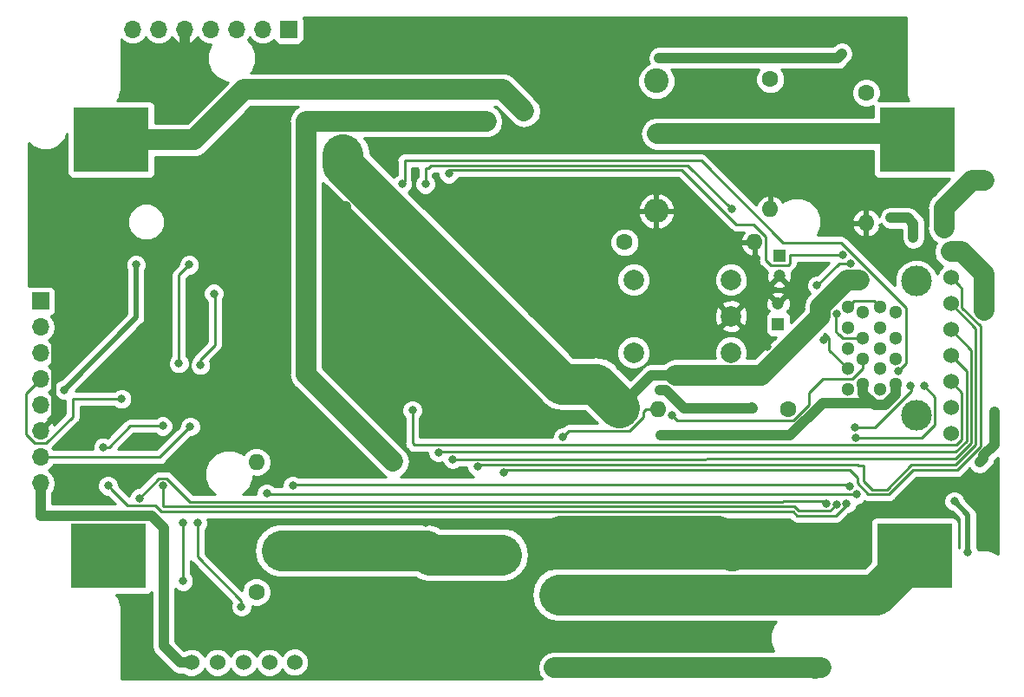
<source format=gbr>
G04 #@! TF.GenerationSoftware,KiCad,Pcbnew,(5.0.2)-1*
G04 #@! TF.CreationDate,2019-08-17T15:57:10+01:00*
G04 #@! TF.ProjectId,SoliCamb Rev 4 PCB,536f6c69-4361-46d6-9220-526576203420,rev?*
G04 #@! TF.SameCoordinates,Original*
G04 #@! TF.FileFunction,Copper,L2,Bot*
G04 #@! TF.FilePolarity,Positive*
%FSLAX46Y46*%
G04 Gerber Fmt 4.6, Leading zero omitted, Abs format (unit mm)*
G04 Created by KiCad (PCBNEW (5.0.2)-1) date 8/17/2019 3:57:10 PM*
%MOMM*%
%LPD*%
G01*
G04 APERTURE LIST*
G04 #@! TA.AperFunction,SMDPad,CuDef*
%ADD10R,7.340000X6.350000*%
G04 #@! TD*
G04 #@! TA.AperFunction,ComponentPad*
%ADD11R,1.700000X1.700000*%
G04 #@! TD*
G04 #@! TA.AperFunction,ComponentPad*
%ADD12O,1.700000X1.700000*%
G04 #@! TD*
G04 #@! TA.AperFunction,ComponentPad*
%ADD13R,1.200000X1.200000*%
G04 #@! TD*
G04 #@! TA.AperFunction,ComponentPad*
%ADD14C,1.200000*%
G04 #@! TD*
G04 #@! TA.AperFunction,ComponentPad*
%ADD15C,1.600000*%
G04 #@! TD*
G04 #@! TA.AperFunction,ComponentPad*
%ADD16O,1.600000X1.600000*%
G04 #@! TD*
G04 #@! TA.AperFunction,ComponentPad*
%ADD17C,2.400000*%
G04 #@! TD*
G04 #@! TA.AperFunction,ComponentPad*
%ADD18O,2.400000X2.400000*%
G04 #@! TD*
G04 #@! TA.AperFunction,ComponentPad*
%ADD19C,2.000000*%
G04 #@! TD*
G04 #@! TA.AperFunction,ComponentPad*
%ADD20C,1.524000*%
G04 #@! TD*
G04 #@! TA.AperFunction,ComponentPad*
%ADD21C,1.300000*%
G04 #@! TD*
G04 #@! TA.AperFunction,ComponentPad*
%ADD22C,3.000000*%
G04 #@! TD*
G04 #@! TA.AperFunction,ViaPad*
%ADD23C,0.800000*%
G04 #@! TD*
G04 #@! TA.AperFunction,Conductor*
%ADD24C,4.000000*%
G04 #@! TD*
G04 #@! TA.AperFunction,Conductor*
%ADD25C,2.000000*%
G04 #@! TD*
G04 #@! TA.AperFunction,Conductor*
%ADD26C,1.000000*%
G04 #@! TD*
G04 #@! TA.AperFunction,Conductor*
%ADD27C,0.500000*%
G04 #@! TD*
G04 #@! TA.AperFunction,Conductor*
%ADD28C,0.250000*%
G04 #@! TD*
G04 #@! TA.AperFunction,Conductor*
%ADD29C,0.254000*%
G04 #@! TD*
G04 APERTURE END LIST*
D10*
G04 #@! TO.P,BT2,2*
G04 #@! TO.N,Net-(BT2-Pad2)*
X149860000Y-85598000D03*
G04 #@! TO.P,BT2,1*
G04 #@! TO.N,Net-(BT2-Pad1)*
X71200000Y-85598000D03*
G04 #@! TD*
G04 #@! TO.P,BT1,1*
G04 #@! TO.N,Net-(BT1-Pad1)*
X149606000Y-126238000D03*
G04 #@! TO.P,BT1,2*
G04 #@! TO.N,Net-(BT1-Pad2)*
X70946000Y-126238000D03*
G04 #@! TD*
D11*
G04 #@! TO.P,U4,1*
G04 #@! TO.N,Net-(U4-Pad1)*
X64262000Y-101346000D03*
D12*
G04 #@! TO.P,U4,2*
G04 #@! TO.N,SCK*
X64262000Y-103886000D03*
G04 #@! TO.P,U4,3*
G04 #@! TO.N,MOSI*
X64262000Y-106426000D03*
G04 #@! TO.P,U4,4*
G04 #@! TO.N,MISO*
X64262000Y-108966000D03*
G04 #@! TO.P,U4,5*
G04 #@! TO.N,N/C*
X64262000Y-111506000D03*
G04 #@! TO.P,U4,6*
G04 #@! TO.N,GND*
X64262000Y-114046000D03*
G04 #@! TO.P,U4,7*
G04 #@! TO.N,Net-(U4-Pad7)*
X64262000Y-116586000D03*
G04 #@! TO.P,U4,8*
G04 #@! TO.N,+3V3*
X64262000Y-119126000D03*
G04 #@! TD*
D11*
G04 #@! TO.P,U7,1*
G04 #@! TO.N,Net-(U6-Pad12)*
X88519000Y-74803000D03*
D12*
G04 #@! TO.P,U7,2*
G04 #@! TO.N,Net-(U6-Pad9)*
X85979000Y-74803000D03*
G04 #@! TO.P,U7,3*
G04 #@! TO.N,+3V3*
X83439000Y-74803000D03*
G04 #@! TO.P,U7,4*
G04 #@! TO.N,Net-(U6-Pad11)*
X80899000Y-74803000D03*
G04 #@! TO.P,U7,5*
G04 #@! TO.N,GND*
X78359000Y-74803000D03*
G04 #@! TO.P,U7,6*
G04 #@! TO.N,Net-(U6-Pad10)*
X75819000Y-74803000D03*
G04 #@! TO.P,U7,7*
G04 #@! TO.N,N/C*
X73279000Y-74803000D03*
G04 #@! TD*
D13*
G04 #@! TO.P,C1,1*
G04 #@! TO.N,Net-(C1-Pad1)*
X136400000Y-96900000D03*
D14*
G04 #@! TO.P,C1,2*
G04 #@! TO.N,GND*
X136400000Y-98900000D03*
G04 #@! TD*
G04 #@! TO.P,C2,2*
G04 #@! TO.N,GND*
X136300000Y-101600000D03*
D13*
G04 #@! TO.P,C2,1*
G04 #@! TO.N,Net-(C2-Pad1)*
X136300000Y-103600000D03*
G04 #@! TD*
D15*
G04 #@! TO.P,R1,1*
G04 #@! TO.N,Net-(J9-Pad2)*
X144900000Y-81000000D03*
D16*
G04 #@! TO.P,R1,2*
G04 #@! TO.N,GND*
X144900000Y-93700000D03*
G04 #@! TD*
G04 #@! TO.P,R2,2*
G04 #@! TO.N,GND*
X134000000Y-95600000D03*
D15*
G04 #@! TO.P,R2,1*
G04 #@! TO.N,Net-(R2-Pad1)*
X121300000Y-95600000D03*
G04 #@! TD*
G04 #@! TO.P,R3,1*
G04 #@! TO.N,Net-(J10-Pad2)*
X135520000Y-79680000D03*
D16*
G04 #@! TO.P,R3,2*
G04 #@! TO.N,GND*
X135520000Y-92380000D03*
G04 #@! TD*
D17*
G04 #@! TO.P,R4,1*
G04 #@! TO.N,Net-(J11-Pad2)*
X124410000Y-79850000D03*
D18*
G04 #@! TO.P,R4,2*
G04 #@! TO.N,GND*
X124410000Y-92550000D03*
G04 #@! TD*
D15*
G04 #@! TO.P,R5,1*
G04 #@! TO.N,Net-(Q2-Pad1)*
X85350000Y-129760000D03*
D16*
G04 #@! TO.P,R5,2*
G04 #@! TO.N,Net-(R5-Pad2)*
X85350000Y-117060000D03*
G04 #@! TD*
G04 #@! TO.P,R6,2*
G04 #@! TO.N,Net-(R6-Pad2)*
X156380000Y-102210000D03*
D15*
G04 #@! TO.P,R6,1*
G04 #@! TO.N,Net-(Q3-Pad3)*
X156380000Y-89510000D03*
G04 #@! TD*
D16*
G04 #@! TO.P,R7,2*
G04 #@! TO.N,Net-(R7-Pad2)*
X124560000Y-111870000D03*
D15*
G04 #@! TO.P,R7,1*
G04 #@! TO.N,Net-(Q3-Pad1)*
X137260000Y-111870000D03*
G04 #@! TD*
D19*
G04 #@! TO.P,U3,1*
G04 #@! TO.N,Net-(C2-Pad1)*
X131704955Y-106377169D03*
G04 #@! TO.P,U3,5*
G04 #@! TO.N,GND*
X131702415Y-102816089D03*
G04 #@! TO.P,U3,4*
G04 #@! TO.N,Net-(C1-Pad1)*
X131704955Y-99255009D03*
G04 #@! TO.P,U3,2*
G04 #@! TO.N,N/C*
X122185035Y-106377169D03*
G04 #@! TO.P,U3,3*
G04 #@! TO.N,Net-(R2-Pad1)*
X122187575Y-99252469D03*
G04 #@! TD*
D20*
G04 #@! TO.P,U5,1*
G04 #@! TO.N,N/C*
X89074000Y-136612000D03*
G04 #@! TO.P,U5,2*
G04 #@! TO.N,Net-(U5-Pad2)*
X86614000Y-136652000D03*
G04 #@! TO.P,U5,3*
G04 #@! TO.N,Net-(U5-Pad3)*
X84074000Y-136652000D03*
G04 #@! TO.P,U5,4*
G04 #@! TO.N,Net-(Q2-Pad2)*
X81534000Y-136652000D03*
G04 #@! TO.P,U5,5*
G04 #@! TO.N,+3V3*
X78994000Y-136652000D03*
G04 #@! TD*
G04 #@! TO.P,U8,1*
G04 #@! TO.N,Net-(R6-Pad2)*
X153162000Y-96520000D03*
G04 #@! TO.P,U8,2*
G04 #@! TO.N,Net-(U6-Pad24)*
X153162000Y-99060000D03*
G04 #@! TO.P,U8,3*
G04 #@! TO.N,Net-(U6-Pad25)*
X153162000Y-101600000D03*
G04 #@! TO.P,U8,4*
G04 #@! TO.N,Net-(U6-Pad26)*
X153162000Y-104140000D03*
G04 #@! TO.P,U8,5*
G04 #@! TO.N,Net-(U6-Pad27)*
X153162000Y-106680000D03*
G04 #@! TO.P,U8,6*
G04 #@! TO.N,Net-(U6-Pad28)*
X153162000Y-109220000D03*
G04 #@! TO.P,U8,7*
G04 #@! TO.N,GND*
X153162000Y-111760000D03*
G04 #@! TO.P,U8,8*
G04 #@! TO.N,+3V3*
X153162000Y-114300000D03*
G04 #@! TD*
D21*
G04 #@! TO.P,U9,2*
G04 #@! TO.N,USB_DM*
X147800000Y-104950000D03*
G04 #@! TO.P,U9,3*
G04 #@! TO.N,USB_DP*
X147800000Y-106950000D03*
G04 #@! TO.P,U9,4*
G04 #@! TO.N,USB_GND*
X147800000Y-109450000D03*
G04 #@! TO.P,U9,1*
G04 #@! TO.N,+5V*
X147800000Y-102450000D03*
G04 #@! TO.P,U9,7*
G04 #@! TO.N,SCK*
X146300000Y-105950000D03*
G04 #@! TO.P,U9,6*
G04 #@! TO.N,CS1*
X146300000Y-107950000D03*
G04 #@! TO.P,U9,8*
G04 #@! TO.N,MOSI*
X146300000Y-103950000D03*
G04 #@! TO.P,U9,5*
G04 #@! TO.N,USB_3V*
X146300000Y-109950000D03*
G04 #@! TO.P,U9,9*
G04 #@! TO.N,MISO*
X146300000Y-101950000D03*
G04 #@! TO.P,U9,10*
G04 #@! TO.N,+5V*
X144600000Y-102450000D03*
G04 #@! TO.P,U9,11*
G04 #@! TO.N,CS3*
X144600000Y-104950000D03*
G04 #@! TO.P,U9,13*
G04 #@! TO.N,USB_GND*
X144600000Y-109450000D03*
G04 #@! TO.P,U9,15*
G04 #@! TO.N,CS2*
X143100000Y-107950000D03*
G04 #@! TO.P,U9,12*
G04 #@! TO.N,CS4*
X144600000Y-106950000D03*
G04 #@! TO.P,U9,16*
G04 #@! TO.N,SCK*
X143100000Y-105950000D03*
G04 #@! TO.P,U9,17*
G04 #@! TO.N,MOSI*
X143100000Y-103950000D03*
G04 #@! TO.P,U9,14*
G04 #@! TO.N,USB_3V*
X143100000Y-109950000D03*
G04 #@! TO.P,U9,18*
G04 #@! TO.N,MISO*
X143100000Y-101950000D03*
D22*
G04 #@! TO.P,U9,19*
G04 #@! TO.N,N/C*
X149800000Y-99380000D03*
G04 #@! TO.P,U9,20*
X149810000Y-112510000D03*
G04 #@! TD*
D23*
G04 #@! TO.N,Net-(BT1-Pad1)*
X114900000Y-130000000D03*
G04 #@! TO.N,Net-(BT1-Pad2)*
X73406000Y-126100000D03*
X73406000Y-128524000D03*
X71004000Y-126100000D03*
X69110000Y-124206000D03*
X69110000Y-127694990D03*
X109300000Y-126100000D03*
X87800000Y-125700000D03*
G04 #@! TO.N,GND*
X131800000Y-125704000D03*
X115062000Y-124245010D03*
X112000000Y-91900000D03*
X97800000Y-87600000D03*
X97000000Y-86800000D03*
X97700000Y-86100000D03*
X98400000Y-86800000D03*
X129794000Y-74803000D03*
X138557000Y-74799000D03*
X147574000Y-74926000D03*
X101900010Y-122999990D03*
X103712748Y-131487252D03*
X88400000Y-133400000D03*
X71120000Y-98298000D03*
X68580000Y-95748000D03*
X81300000Y-80400000D03*
X84800000Y-83334315D03*
X87134315Y-83334315D03*
X92500000Y-93700000D03*
X94092804Y-92107196D03*
G04 #@! TO.N,+3V3*
X133500000Y-77600000D03*
X124700000Y-77600000D03*
X142494000Y-77181000D03*
X149500000Y-95150000D03*
X147300000Y-93200000D03*
X66554989Y-110000000D03*
X73600000Y-97800000D03*
G04 #@! TO.N,Net-(BT2-Pad2)*
X124500000Y-85000000D03*
G04 #@! TO.N,Net-(BT2-Pad1)*
X111500000Y-82800000D03*
G04 #@! TO.N,MISO*
X72200000Y-110900000D03*
G04 #@! TO.N,+5V*
X120800000Y-111700000D03*
X93800000Y-87000010D03*
G04 #@! TO.N,USB_DM*
X86360000Y-120142000D03*
G04 #@! TO.N,USB_DP*
X88900000Y-119380000D03*
X143289763Y-119423069D03*
G04 #@! TO.N,Net-(U4-Pad7)*
X78900000Y-113600000D03*
G04 #@! TO.N,Net-(U5-Pad2)*
X83900000Y-131200000D03*
X79600000Y-123000000D03*
X79900000Y-107600000D03*
X81200000Y-100600000D03*
G04 #@! TO.N,Net-(U5-Pad3)*
X78200000Y-128700000D03*
X78200000Y-123000000D03*
X77800000Y-107433000D03*
X78800000Y-97800000D03*
G04 #@! TO.N,Net-(U6-Pad24)*
X109474000Y-118073000D03*
G04 #@! TO.N,Net-(U6-Pad28)*
X100584000Y-112014000D03*
G04 #@! TO.N,Net-(U6-Pad25)*
X106934304Y-117523815D03*
G04 #@! TO.N,SCK*
X70866000Y-119380000D03*
X142999587Y-121129579D03*
G04 #@! TO.N,MOSI*
X76200000Y-119380000D03*
X142000531Y-121173042D03*
G04 #@! TO.N,MISO*
X73914000Y-120592998D03*
X141003460Y-121096540D03*
G04 #@! TO.N,CS1*
X99568000Y-89916000D03*
G04 #@! TO.N,CS2*
X101854000Y-89916000D03*
G04 #@! TO.N,CS3*
X104140000Y-88900000D03*
G04 #@! TO.N,GND*
X81350000Y-92230000D03*
X87134315Y-88334315D03*
X135219923Y-105777337D03*
X148870000Y-121388520D03*
G04 #@! TO.N,+3V3*
X133840000Y-111830000D03*
X124780000Y-110030000D03*
X155956000Y-117094000D03*
X157430000Y-112180000D03*
X154838984Y-125908307D03*
X153500000Y-120900000D03*
G04 #@! TO.N,+5V*
X144189156Y-99270000D03*
G04 #@! TO.N,Net-(Q3-Pad3)*
X152500000Y-94200000D03*
G04 #@! TO.N,Net-(Q3-Pad1)*
X140099137Y-99802538D03*
X143423848Y-97656152D03*
G04 #@! TO.N,Net-(R7-Pad2)*
X115280000Y-114640000D03*
G04 #@! TO.N,MOSI*
X70395000Y-115610000D03*
X76200000Y-113548000D03*
G04 #@! TO.N,CS1*
X148009608Y-108184913D03*
G04 #@! TO.N,CS2*
X131754653Y-92375347D03*
X140719380Y-105101115D03*
G04 #@! TO.N,CS3*
X142029918Y-102596087D03*
X142583848Y-96816152D03*
G04 #@! TO.N,CS4*
X125904945Y-112485656D03*
G04 #@! TO.N,Net-(J1-Pad2)*
X98700000Y-117000000D03*
X107800000Y-83800000D03*
X105900000Y-83800000D03*
X103700000Y-83800000D03*
X136963001Y-137163001D03*
X138700000Y-137163001D03*
X140500000Y-137163001D03*
X114463001Y-137163001D03*
X115700000Y-137163001D03*
X117000000Y-137163001D03*
G04 #@! TO.N,Net-(U6-Pad27)*
X103124000Y-116112001D03*
G04 #@! TO.N,Net-(U6-Pad26)*
X104516001Y-116803000D03*
G04 #@! TO.N,USB_GND*
X124850000Y-114470000D03*
G04 #@! TO.N,USB_DM*
X143946990Y-120236990D03*
X143908065Y-114662001D03*
X150550000Y-109620000D03*
G04 #@! TO.N,USB_DP*
X143821354Y-113665765D03*
X149225010Y-109600990D03*
G04 #@! TD*
D24*
G04 #@! TO.N,Net-(BT1-Pad1)*
X145844000Y-130000000D02*
X149606000Y-126238000D01*
X114900000Y-130000000D02*
X145844000Y-130000000D01*
G04 #@! TO.N,Net-(BT1-Pad2)*
X102300000Y-126100000D02*
X101900000Y-125700000D01*
X109300000Y-126100000D02*
X102300000Y-126100000D01*
X101900000Y-125700000D02*
X87800000Y-125700000D01*
G04 #@! TO.N,GND*
X131800000Y-125704000D02*
X130341010Y-124245010D01*
X130341010Y-124245010D02*
X115062000Y-124245010D01*
D25*
X132294000Y-74803000D02*
X132297000Y-74800000D01*
X129794000Y-74803000D02*
X132294000Y-74803000D01*
X132297000Y-74800000D02*
X138556000Y-74800000D01*
X138556000Y-74800000D02*
X138557000Y-74799000D01*
X141057000Y-74799000D02*
X141058000Y-74800000D01*
X138557000Y-74799000D02*
X141057000Y-74799000D01*
X141058000Y-74800000D02*
X147448000Y-74800000D01*
X147448000Y-74800000D02*
X147574000Y-74926000D01*
D24*
X103712748Y-131487252D02*
X90312748Y-131487252D01*
X90312748Y-131487252D02*
X88400000Y-133400000D01*
D26*
X78359000Y-74803000D02*
X78359000Y-77459000D01*
X78359000Y-77459000D02*
X81300000Y-80400000D01*
X84800000Y-83334315D02*
X87134315Y-83334315D01*
X92500000Y-93700000D02*
X94092804Y-92107196D01*
D27*
X71120000Y-100073000D02*
X71120000Y-98298000D01*
X65562001Y-105630999D02*
X71120000Y-100073000D01*
X65562001Y-112745999D02*
X65562001Y-105630999D01*
X64262000Y-114046000D02*
X65562001Y-112745999D01*
D26*
G04 #@! TO.N,+3V3*
X133500000Y-77600000D02*
X124700000Y-77600000D01*
X142075000Y-77600000D02*
X142494000Y-77181000D01*
X133500000Y-77600000D02*
X142075000Y-77600000D01*
X149500000Y-93750000D02*
X148950000Y-93200000D01*
X149500000Y-95150000D02*
X149500000Y-93750000D01*
X148950000Y-93200000D02*
X147300000Y-93200000D01*
X77916370Y-136652000D02*
X76300000Y-135035630D01*
X78994000Y-136652000D02*
X77916370Y-136652000D01*
X76300000Y-123500000D02*
X75900000Y-123100000D01*
X76300000Y-135035630D02*
X76300000Y-123500000D01*
X75900000Y-123086998D02*
X75113002Y-122300000D01*
X75900000Y-123100000D02*
X75900000Y-123086998D01*
X75113002Y-122300000D02*
X64300000Y-122300000D01*
X64262000Y-122262000D02*
X64262000Y-119126000D01*
X64300000Y-122300000D02*
X64262000Y-122262000D01*
D27*
X66554989Y-110000000D02*
X73600000Y-102954989D01*
X73600000Y-102954989D02*
X73600000Y-97800000D01*
D25*
G04 #@! TO.N,Net-(BT2-Pad2)*
X149262000Y-85000000D02*
X149860000Y-85598000D01*
X124500000Y-85000000D02*
X149262000Y-85000000D01*
G04 #@! TO.N,Net-(BT2-Pad1)*
X84157012Y-80699990D02*
X109399990Y-80699990D01*
X71200000Y-85598000D02*
X79259002Y-85598000D01*
X79259002Y-85598000D02*
X84157012Y-80699990D01*
X109399990Y-80699990D02*
X111500000Y-82800000D01*
D28*
G04 #@! TO.N,MISO*
X67398081Y-110900000D02*
X72200000Y-110900000D01*
X67398081Y-112648921D02*
X67398081Y-110900000D01*
X64826001Y-115221001D02*
X67398081Y-112648921D01*
X63697999Y-115221001D02*
X64826001Y-115221001D01*
X62830010Y-114353012D02*
X63697999Y-115221001D01*
X62830010Y-110397990D02*
X62830010Y-114353012D01*
X64262000Y-108966000D02*
X62830010Y-110397990D01*
D24*
G04 #@! TO.N,+5V*
X115217997Y-109413999D02*
X93800000Y-87996002D01*
X120800000Y-111700000D02*
X118513999Y-109413999D01*
X118513999Y-109413999D02*
X115217997Y-109413999D01*
X93800000Y-87996002D02*
X93800000Y-87000010D01*
D28*
G04 #@! TO.N,USB_DM*
X86454990Y-120236990D02*
X86360000Y-120142000D01*
X135636000Y-120236990D02*
X86454990Y-120236990D01*
X135636000Y-120236990D02*
X139563010Y-120236990D01*
G04 #@! TO.N,USB_DP*
X88900000Y-119380000D02*
X89043013Y-119236987D01*
X89043013Y-119236987D02*
X143336987Y-119236987D01*
X143336987Y-119236987D02*
X143289763Y-119423069D01*
G04 #@! TO.N,Net-(U4-Pad7)*
X64262000Y-116586000D02*
X75914000Y-116586000D01*
X75914000Y-116586000D02*
X78900000Y-113600000D01*
G04 #@! TO.N,Net-(U5-Pad2)*
X83900000Y-130634315D02*
X79600000Y-126334315D01*
X83900000Y-131200000D02*
X83900000Y-130634315D01*
X79600000Y-126334315D02*
X79600000Y-123000000D01*
X79900000Y-107034315D02*
X81300000Y-105634315D01*
X79900000Y-107600000D02*
X79900000Y-107034315D01*
X81300000Y-105634315D02*
X81300000Y-100700000D01*
X81300000Y-100700000D02*
X81200000Y-100600000D01*
G04 #@! TO.N,Net-(U5-Pad3)*
X78200000Y-128700000D02*
X78200000Y-123100000D01*
X78200000Y-123100000D02*
X78200000Y-123000000D01*
X77800000Y-107433000D02*
X77800000Y-98800000D01*
X77800000Y-98800000D02*
X78800000Y-97800000D01*
G04 #@! TO.N,Net-(U6-Pad25)*
X155599028Y-115380964D02*
X153631992Y-117348000D01*
X153162000Y-101600000D02*
X155599028Y-104037028D01*
X155599028Y-104037028D02*
X155599028Y-115380964D01*
X144685999Y-118967601D02*
X144685999Y-117442001D01*
X145476399Y-119758001D02*
X144685999Y-118967601D01*
X146935601Y-119758001D02*
X145476399Y-119758001D01*
X153631992Y-117348000D02*
X149345602Y-117348000D01*
X149345602Y-117348000D02*
X146935601Y-119758001D01*
X144685999Y-117442001D02*
X144112001Y-117442001D01*
X144112001Y-117442001D02*
X144018000Y-117348000D01*
X144018000Y-117348000D02*
X107110119Y-117348000D01*
X107110119Y-117348000D02*
X106934304Y-117523815D01*
G04 #@! TO.N,SCK*
X71265999Y-119779999D02*
X70866000Y-119380000D01*
X76071590Y-121920000D02*
X75469589Y-121317999D01*
X142999587Y-121129579D02*
X142900000Y-121229166D01*
X75469589Y-121317999D02*
X72803999Y-121317999D01*
X142900000Y-121346575D02*
X141946575Y-122300000D01*
X142900000Y-121229166D02*
X142900000Y-121346575D01*
X138139590Y-122300000D02*
X137759590Y-121920000D01*
X72803999Y-121317999D02*
X71265999Y-119779999D01*
X141946575Y-122300000D02*
X138139590Y-122300000D01*
X137759590Y-121920000D02*
X76071590Y-121920000D01*
G04 #@! TO.N,MOSI*
X76200000Y-121412000D02*
X76200000Y-119634000D01*
X76200000Y-119634000D02*
X76200000Y-119380000D01*
X137160000Y-121412000D02*
X76200000Y-121412000D01*
X138297541Y-121821541D02*
X141351461Y-121821541D01*
X137160000Y-121412000D02*
X137888000Y-121412000D01*
X137888000Y-121412000D02*
X138297541Y-121821541D01*
X142000491Y-121173002D02*
X142000531Y-121173042D01*
X142000000Y-121173002D02*
X142000491Y-121173002D01*
X141351461Y-121821541D02*
X142000531Y-121173042D01*
G04 #@! TO.N,MISO*
X75851999Y-118654999D02*
X73914000Y-120592998D01*
X76548001Y-118654999D02*
X75851999Y-118654999D01*
X78854992Y-120961990D02*
X76548001Y-118654999D01*
X136019019Y-120961990D02*
X78854992Y-120961990D01*
X136738010Y-120961990D02*
X136800000Y-120900000D01*
X136019019Y-120961990D02*
X136738010Y-120961990D01*
X136800000Y-120900000D02*
X140806920Y-120900000D01*
X140806920Y-120900000D02*
X141003460Y-121096540D01*
D26*
G04 #@! TO.N,USB_GND*
X147800000Y-110448002D02*
X146742002Y-111506000D01*
X147800000Y-109450000D02*
X147800000Y-110448002D01*
X146742002Y-111506000D02*
X146050000Y-111506000D01*
D28*
G04 #@! TO.N,CS1*
X128780000Y-87630000D02*
X99822000Y-87630000D01*
X99822000Y-87630000D02*
X99822000Y-89662000D01*
X99822000Y-89662000D02*
X99568000Y-89916000D01*
D26*
G04 #@! TO.N,GND*
X81350000Y-92230000D02*
X83238630Y-92230000D01*
X83238630Y-92230000D02*
X87134315Y-88334315D01*
G04 #@! TO.N,+3V3*
X133770000Y-111760000D02*
X133840000Y-111830000D01*
X133274315Y-111830000D02*
X133840000Y-111830000D01*
X127145685Y-111830000D02*
X133274315Y-111830000D01*
X125345685Y-110030000D02*
X127145685Y-111830000D01*
X124780000Y-110030000D02*
X125345685Y-110030000D01*
X156355999Y-116427143D02*
X157430000Y-115353142D01*
X155956000Y-117094000D02*
X156355999Y-116694001D01*
X156355999Y-116694001D02*
X156355999Y-116427143D01*
X157430000Y-115353142D02*
X157430000Y-112180000D01*
D27*
X154838984Y-125908307D02*
X154838984Y-122238984D01*
X154838984Y-122238984D02*
X153500000Y-120900000D01*
D25*
G04 #@! TO.N,+5V*
X140406990Y-101905008D02*
X143041998Y-99270000D01*
X140406990Y-102853012D02*
X140406990Y-101905008D01*
X134682832Y-108577170D02*
X140406990Y-102853012D01*
X126284736Y-108577170D02*
X134682832Y-108577170D01*
X143041998Y-99270000D02*
X144189156Y-99270000D01*
D26*
X123922830Y-108577170D02*
X126284736Y-108577170D01*
X120800000Y-111700000D02*
X123922830Y-108577170D01*
D25*
G04 #@! TO.N,Net-(Q3-Pad3)*
X155248630Y-89510000D02*
X152520000Y-92238630D01*
X156380000Y-89510000D02*
X155248630Y-89510000D01*
X152520000Y-92238630D02*
X152520000Y-94180000D01*
X152520000Y-94180000D02*
X152500000Y-94200000D01*
D28*
G04 #@! TO.N,Net-(Q3-Pad1)*
X140099137Y-99802538D02*
X142261675Y-97640000D01*
X142261675Y-97640000D02*
X143407696Y-97640000D01*
X143407696Y-97640000D02*
X143423848Y-97656152D01*
D25*
G04 #@! TO.N,Net-(R6-Pad2)*
X154239630Y-96520000D02*
X153162000Y-96520000D01*
X156380000Y-98660370D02*
X154239630Y-96520000D01*
X156380000Y-102210000D02*
X156380000Y-98660370D01*
D28*
G04 #@! TO.N,Net-(R7-Pad2)*
X121763051Y-114025009D02*
X123125009Y-112663051D01*
X115280000Y-114640000D02*
X115894991Y-114025009D01*
X115894991Y-114025009D02*
X121763051Y-114025009D01*
X123428630Y-111870000D02*
X124560000Y-111870000D01*
X123125009Y-112173621D02*
X123428630Y-111870000D01*
X123125009Y-112663051D02*
X123125009Y-112173621D01*
G04 #@! TO.N,Net-(U6-Pad24)*
X154249001Y-100147001D02*
X153923999Y-99821999D01*
X156049038Y-115567364D02*
X156049038Y-103752885D01*
X153760402Y-117856000D02*
X156049038Y-115567364D01*
X149474012Y-117856000D02*
X153760402Y-117856000D01*
X147122002Y-120208010D02*
X149474012Y-117856000D01*
X109474000Y-118073000D02*
X109691000Y-117856000D01*
X109691000Y-117856000D02*
X143256000Y-117856000D01*
X154249001Y-101952848D02*
X154249001Y-100147001D01*
X143256000Y-117856000D02*
X144018000Y-118618000D01*
X156049038Y-103752885D02*
X154249001Y-101952848D01*
X144018000Y-118618000D02*
X144018000Y-119126000D01*
X144018000Y-119126000D02*
X145100011Y-120208011D01*
X153923999Y-99821999D02*
X153162000Y-99060000D01*
X145100011Y-120208011D02*
X147122002Y-120208010D01*
G04 #@! TO.N,Net-(U6-Pad28)*
X100584000Y-115214000D02*
X100584000Y-112014000D01*
X100757001Y-115387001D02*
X100584000Y-115214000D01*
X153683761Y-115387001D02*
X100757001Y-115387001D01*
X154249001Y-114821761D02*
X153683761Y-115387001D01*
X153162000Y-109220000D02*
X154249001Y-110307001D01*
X154249001Y-110307001D02*
X154249001Y-114821761D01*
G04 #@! TO.N,MOSI*
X70960685Y-115610000D02*
X73060685Y-113510000D01*
X70395000Y-115610000D02*
X70960685Y-115610000D01*
X73060685Y-113510000D02*
X76162000Y-113510000D01*
X76162000Y-113510000D02*
X76200000Y-113548000D01*
G04 #@! TO.N,MISO*
X145650001Y-101300001D02*
X146300000Y-101950000D01*
X143749999Y-101300001D02*
X145650001Y-101300001D01*
X143100000Y-101950000D02*
X143749999Y-101300001D01*
G04 #@! TO.N,CS1*
X136798001Y-95648001D02*
X128780000Y-87630000D01*
X142441003Y-95648001D02*
X136798001Y-95648001D01*
X148775001Y-101981999D02*
X142441003Y-95648001D01*
X148775001Y-107419520D02*
X148775001Y-101981999D01*
X148009608Y-108184913D02*
X148775001Y-107419520D01*
G04 #@! TO.N,CS2*
X101854000Y-88392000D02*
X101854000Y-89916000D01*
X102108000Y-88392000D02*
X101854000Y-88392000D01*
X102419990Y-88080010D02*
X102108000Y-88392000D01*
X131754653Y-92375347D02*
X127459316Y-88080010D01*
X127459316Y-88080010D02*
X102419990Y-88080010D01*
X141281990Y-106131990D02*
X141281990Y-105150992D01*
X143100000Y-107950000D02*
X141281990Y-106131990D01*
X141281990Y-105150992D02*
X141281990Y-104961990D01*
X141281990Y-104961990D02*
X140820000Y-104500000D01*
X140820000Y-104500000D02*
X140719380Y-104600620D01*
X140719380Y-104600620D02*
X140719380Y-105101115D01*
G04 #@! TO.N,CS3*
X142656998Y-104950000D02*
X142288998Y-104582000D01*
X144600000Y-104950000D02*
X142656998Y-104950000D01*
X142288998Y-104582000D02*
X142232000Y-104582000D01*
X142232000Y-104582000D02*
X141910000Y-104260000D01*
X141910000Y-104260000D02*
X141910000Y-102830000D01*
X141910000Y-102830000D02*
X142029918Y-102710082D01*
X142029918Y-102710082D02*
X142029918Y-102596087D01*
X126884020Y-88530020D02*
X104140000Y-88530020D01*
X133915002Y-93850000D02*
X132204000Y-93850000D01*
X135125001Y-95059999D02*
X133915002Y-93850000D01*
X104140000Y-88530020D02*
X104140000Y-88900000D01*
X137443848Y-96816152D02*
X137443848Y-97641154D01*
X142583848Y-96816152D02*
X137443848Y-96816152D01*
X137443848Y-97641154D02*
X137260001Y-97825001D01*
X137260001Y-97825001D02*
X135605001Y-97825001D01*
X135605001Y-97825001D02*
X135125001Y-97345001D01*
X132204000Y-93850000D02*
X126884020Y-88530020D01*
X135125001Y-97345001D02*
X135125001Y-95059999D01*
G04 #@! TO.N,CS4*
X125970000Y-112420601D02*
X125904945Y-112485656D01*
X144600000Y-107893002D02*
X143518003Y-108974999D01*
X144600000Y-106950000D02*
X144600000Y-107893002D01*
X143518003Y-108974999D02*
X140631999Y-108974999D01*
X140631999Y-108974999D02*
X139306998Y-110300000D01*
X139306998Y-111488004D02*
X139306998Y-110300000D01*
X137800001Y-112995001D02*
X139306998Y-111488004D01*
X126414290Y-112995001D02*
X137800001Y-112995001D01*
X125904945Y-112485656D02*
X126414290Y-112995001D01*
D25*
G04 #@! TO.N,Net-(J1-Pad2)*
X98700000Y-117000000D02*
X90200000Y-108500000D01*
X90200000Y-108500000D02*
X90200000Y-83800000D01*
X105900000Y-83800000D02*
X103800000Y-83800000D01*
X90200000Y-83800000D02*
X103800000Y-83800000D01*
X103800000Y-83800000D02*
X107800000Y-83800000D01*
X139934315Y-137163001D02*
X139897316Y-137200000D01*
X140500000Y-137163001D02*
X139934315Y-137163001D01*
X139860317Y-137163001D02*
X138700000Y-137163001D01*
X139897316Y-137200000D02*
X139860317Y-137163001D01*
X138700000Y-137163001D02*
X136963001Y-137163001D01*
X114463001Y-137163001D02*
X115700000Y-137163001D01*
X115700000Y-137163001D02*
X117000000Y-137163001D01*
X136963001Y-137163001D02*
X117000000Y-137163001D01*
D28*
G04 #@! TO.N,Net-(U6-Pad27)*
X154699010Y-115008162D02*
X153629172Y-116078000D01*
X153162000Y-106680000D02*
X154699010Y-108217010D01*
X154699010Y-108217010D02*
X154699010Y-115008162D01*
X153629172Y-116078000D02*
X103158001Y-116078000D01*
X103158001Y-116078000D02*
X103124000Y-116112001D01*
G04 #@! TO.N,Net-(U6-Pad26)*
X155149019Y-115194563D02*
X153625583Y-116717999D01*
X153162000Y-104140000D02*
X155149020Y-106127020D01*
X155149020Y-106127020D02*
X155149019Y-115194563D01*
X104516001Y-116717999D02*
X104516001Y-116803000D01*
X153625583Y-116717999D02*
X104516001Y-116803000D01*
D26*
G04 #@! TO.N,USB_GND*
X145736762Y-111506000D02*
X146742002Y-111506000D01*
X144600000Y-110369238D02*
X145736762Y-111506000D01*
X144600000Y-109450000D02*
X144600000Y-110369238D01*
X128580000Y-114470000D02*
X124850000Y-114470000D01*
X137491742Y-114470000D02*
X128580000Y-114470000D01*
X140661741Y-111300001D02*
X137491742Y-114470000D01*
X145530763Y-111300001D02*
X140661741Y-111300001D01*
X145736762Y-111506000D02*
X145530763Y-111300001D01*
D28*
G04 #@! TO.N,USB_DM*
X139563010Y-120236990D02*
X143946990Y-120236990D01*
X150359001Y-114662001D02*
X144800000Y-114662001D01*
X151635001Y-113386001D02*
X150359001Y-114662001D01*
X151635001Y-110705001D02*
X151635001Y-113386001D01*
X150550000Y-109620000D02*
X151635001Y-110705001D01*
X143908065Y-114662001D02*
X144800000Y-114662001D01*
X144800000Y-114662001D02*
X144956997Y-114662001D01*
G04 #@! TO.N,USB_DP*
X145748977Y-113665765D02*
X149270000Y-110144742D01*
X143821354Y-113665765D02*
X145748977Y-113665765D01*
X149270000Y-110144742D02*
X149270000Y-109645980D01*
X149270000Y-109645980D02*
X149225010Y-109600990D01*
G04 #@! TD*
D29*
G04 #@! TO.N,GND*
G36*
X157760001Y-126059234D02*
X157646026Y-125945259D01*
X156824569Y-125605000D01*
X155935431Y-125605000D01*
X155848535Y-125640994D01*
X155723984Y-125340300D01*
X155723984Y-122326143D01*
X155741321Y-122238983D01*
X155723984Y-122151823D01*
X155723984Y-122151819D01*
X155672636Y-121893674D01*
X155600599Y-121785864D01*
X155526408Y-121674829D01*
X155526407Y-121674828D01*
X155477033Y-121600935D01*
X155403140Y-121551561D01*
X154527431Y-120675853D01*
X154377431Y-120313720D01*
X154086280Y-120022569D01*
X153705874Y-119865000D01*
X153294126Y-119865000D01*
X152913720Y-120022569D01*
X152622569Y-120313720D01*
X152465000Y-120694126D01*
X152465000Y-121105874D01*
X152622569Y-121486280D01*
X152913720Y-121777431D01*
X153275853Y-121927431D01*
X153953985Y-122605564D01*
X153953984Y-125340300D01*
X153923440Y-125414040D01*
X153923440Y-123063000D01*
X153874157Y-122815235D01*
X153733809Y-122605191D01*
X153523765Y-122464843D01*
X153276000Y-122415560D01*
X145936000Y-122415560D01*
X145688235Y-122464843D01*
X145478191Y-122605191D01*
X145337843Y-122815235D01*
X145288560Y-123063000D01*
X145288560Y-126828988D01*
X144752548Y-127365000D01*
X114640479Y-127365000D01*
X113871874Y-127517885D01*
X113000271Y-128100271D01*
X112417885Y-128971874D01*
X112213378Y-130000000D01*
X112417885Y-131028126D01*
X113000271Y-131899729D01*
X113871874Y-132482115D01*
X114640479Y-132635000D01*
X136141456Y-132635000D01*
X135875289Y-132901167D01*
X135516000Y-133768567D01*
X135516000Y-134707433D01*
X135855891Y-135528001D01*
X114301970Y-135528001D01*
X113825056Y-135622865D01*
X113284232Y-135984232D01*
X112922865Y-136525056D01*
X112795970Y-137163001D01*
X112922865Y-137800946D01*
X113229595Y-138260000D01*
X72140000Y-138260000D01*
X72140000Y-131311199D01*
X72145431Y-131296042D01*
X72140000Y-131184444D01*
X72140000Y-131136967D01*
X72136941Y-131121589D01*
X72136179Y-131105928D01*
X72124665Y-131059873D01*
X72102867Y-130950285D01*
X72093921Y-130936896D01*
X72040082Y-130721541D01*
X72040132Y-130673364D01*
X72009486Y-130599161D01*
X72005603Y-130583627D01*
X71985469Y-130541007D01*
X71967476Y-130497439D01*
X71958594Y-130484116D01*
X71924302Y-130411525D01*
X71888620Y-130379155D01*
X71802934Y-130250626D01*
X71802866Y-130250285D01*
X71732239Y-130144585D01*
X71697547Y-130092546D01*
X71697309Y-130092308D01*
X71697119Y-130092023D01*
X71665536Y-130060440D01*
X74616000Y-130060440D01*
X74863765Y-130011157D01*
X75073809Y-129870809D01*
X75165000Y-129734332D01*
X75165000Y-134923847D01*
X75142765Y-135035630D01*
X75228705Y-135467680D01*
X75230854Y-135478484D01*
X75481711Y-135853919D01*
X75576482Y-135917243D01*
X77034759Y-137375521D01*
X77098081Y-137470289D01*
X77473515Y-137721146D01*
X77804587Y-137787000D01*
X77916369Y-137809235D01*
X78028151Y-137787000D01*
X78153343Y-137787000D01*
X78202663Y-137836320D01*
X78716119Y-138049000D01*
X79271881Y-138049000D01*
X79785337Y-137836320D01*
X80178320Y-137443337D01*
X80264000Y-137236487D01*
X80349680Y-137443337D01*
X80742663Y-137836320D01*
X81256119Y-138049000D01*
X81811881Y-138049000D01*
X82325337Y-137836320D01*
X82718320Y-137443337D01*
X82804000Y-137236487D01*
X82889680Y-137443337D01*
X83282663Y-137836320D01*
X83796119Y-138049000D01*
X84351881Y-138049000D01*
X84865337Y-137836320D01*
X85258320Y-137443337D01*
X85344000Y-137236487D01*
X85429680Y-137443337D01*
X85822663Y-137836320D01*
X86336119Y-138049000D01*
X86891881Y-138049000D01*
X87405337Y-137836320D01*
X87798320Y-137443337D01*
X87852284Y-137313055D01*
X87889680Y-137403337D01*
X88282663Y-137796320D01*
X88796119Y-138009000D01*
X89351881Y-138009000D01*
X89865337Y-137796320D01*
X90258320Y-137403337D01*
X90471000Y-136889881D01*
X90471000Y-136334119D01*
X90258320Y-135820663D01*
X89865337Y-135427680D01*
X89351881Y-135215000D01*
X88796119Y-135215000D01*
X88282663Y-135427680D01*
X87889680Y-135820663D01*
X87835716Y-135950945D01*
X87798320Y-135860663D01*
X87405337Y-135467680D01*
X86891881Y-135255000D01*
X86336119Y-135255000D01*
X85822663Y-135467680D01*
X85429680Y-135860663D01*
X85344000Y-136067513D01*
X85258320Y-135860663D01*
X84865337Y-135467680D01*
X84351881Y-135255000D01*
X83796119Y-135255000D01*
X83282663Y-135467680D01*
X82889680Y-135860663D01*
X82804000Y-136067513D01*
X82718320Y-135860663D01*
X82325337Y-135467680D01*
X81811881Y-135255000D01*
X81256119Y-135255000D01*
X80742663Y-135467680D01*
X80349680Y-135860663D01*
X80264000Y-136067513D01*
X80178320Y-135860663D01*
X79785337Y-135467680D01*
X79271881Y-135255000D01*
X78716119Y-135255000D01*
X78297782Y-135428280D01*
X77435000Y-134565499D01*
X77435000Y-129398711D01*
X77613720Y-129577431D01*
X77994126Y-129735000D01*
X78405874Y-129735000D01*
X78786280Y-129577431D01*
X79077431Y-129286280D01*
X79235000Y-128905874D01*
X79235000Y-128494126D01*
X79077431Y-128113720D01*
X78960000Y-127996289D01*
X78960000Y-126744450D01*
X79052071Y-126882244D01*
X79115530Y-126924646D01*
X82958728Y-130767846D01*
X82865000Y-130994126D01*
X82865000Y-131405874D01*
X83022569Y-131786280D01*
X83313720Y-132077431D01*
X83694126Y-132235000D01*
X84105874Y-132235000D01*
X84486280Y-132077431D01*
X84777431Y-131786280D01*
X84935000Y-131405874D01*
X84935000Y-131141334D01*
X85064561Y-131195000D01*
X85635439Y-131195000D01*
X86162862Y-130976534D01*
X86566534Y-130572862D01*
X86785000Y-130045439D01*
X86785000Y-129474561D01*
X86566534Y-128947138D01*
X86162862Y-128543466D01*
X85635439Y-128325000D01*
X85064561Y-128325000D01*
X84537138Y-128543466D01*
X84133466Y-128947138D01*
X83915000Y-129474561D01*
X83915000Y-129574512D01*
X80360000Y-126019514D01*
X80360000Y-125700000D01*
X85113378Y-125700000D01*
X85317885Y-126728126D01*
X85900271Y-127599729D01*
X86771874Y-128182115D01*
X87540479Y-128335000D01*
X100902040Y-128335000D01*
X101271874Y-128582115D01*
X102040479Y-128735000D01*
X102299999Y-128786622D01*
X102559519Y-128735000D01*
X109559521Y-128735000D01*
X110328126Y-128582115D01*
X111199729Y-127999729D01*
X111782115Y-127128126D01*
X111986622Y-126100000D01*
X111782115Y-125071874D01*
X111199729Y-124200271D01*
X110328126Y-123617885D01*
X109559521Y-123465000D01*
X103297960Y-123465000D01*
X102928126Y-123217885D01*
X102159521Y-123065000D01*
X101900000Y-123013378D01*
X101640479Y-123065000D01*
X87540479Y-123065000D01*
X86771874Y-123217885D01*
X85900271Y-123800271D01*
X85317885Y-124671874D01*
X85113378Y-125700000D01*
X80360000Y-125700000D01*
X80360000Y-123703711D01*
X80477431Y-123586280D01*
X80635000Y-123205874D01*
X80635000Y-122794126D01*
X80587728Y-122680000D01*
X137444789Y-122680000D01*
X137549259Y-122784470D01*
X137591661Y-122847929D01*
X137843053Y-123015904D01*
X138064738Y-123060000D01*
X138064742Y-123060000D01*
X138139589Y-123074888D01*
X138214436Y-123060000D01*
X141871728Y-123060000D01*
X141946575Y-123074888D01*
X142021422Y-123060000D01*
X142021427Y-123060000D01*
X142243112Y-123015904D01*
X142494504Y-122847929D01*
X142536906Y-122784470D01*
X143156798Y-122164579D01*
X143205461Y-122164579D01*
X143585867Y-122007010D01*
X143877018Y-121715859D01*
X144034587Y-121335453D01*
X144034587Y-121271990D01*
X144152864Y-121271990D01*
X144533270Y-121114421D01*
X144755699Y-120891992D01*
X144803474Y-120923915D01*
X144847283Y-120932629D01*
X145025160Y-120968011D01*
X145025163Y-120968011D01*
X145100011Y-120982899D01*
X145174860Y-120968011D01*
X147047151Y-120968009D01*
X147122002Y-120982898D01*
X147418539Y-120923913D01*
X147606474Y-120798339D01*
X147606475Y-120798338D01*
X147669931Y-120755938D01*
X147712331Y-120692482D01*
X149788815Y-118616000D01*
X153685555Y-118616000D01*
X153760402Y-118630888D01*
X153835249Y-118616000D01*
X153835254Y-118616000D01*
X154056939Y-118571904D01*
X154308331Y-118403929D01*
X154350733Y-118340470D01*
X154993998Y-117697205D01*
X155137712Y-117912288D01*
X155513146Y-118163146D01*
X155956000Y-118251235D01*
X156398854Y-118163146D01*
X156679523Y-117975608D01*
X157079518Y-117575613D01*
X157174288Y-117512290D01*
X157425145Y-117136856D01*
X157468282Y-116919991D01*
X157760001Y-116628273D01*
X157760001Y-126059234D01*
X157760001Y-126059234D01*
G37*
X157760001Y-126059234D02*
X157646026Y-125945259D01*
X156824569Y-125605000D01*
X155935431Y-125605000D01*
X155848535Y-125640994D01*
X155723984Y-125340300D01*
X155723984Y-122326143D01*
X155741321Y-122238983D01*
X155723984Y-122151823D01*
X155723984Y-122151819D01*
X155672636Y-121893674D01*
X155600599Y-121785864D01*
X155526408Y-121674829D01*
X155526407Y-121674828D01*
X155477033Y-121600935D01*
X155403140Y-121551561D01*
X154527431Y-120675853D01*
X154377431Y-120313720D01*
X154086280Y-120022569D01*
X153705874Y-119865000D01*
X153294126Y-119865000D01*
X152913720Y-120022569D01*
X152622569Y-120313720D01*
X152465000Y-120694126D01*
X152465000Y-121105874D01*
X152622569Y-121486280D01*
X152913720Y-121777431D01*
X153275853Y-121927431D01*
X153953985Y-122605564D01*
X153953984Y-125340300D01*
X153923440Y-125414040D01*
X153923440Y-123063000D01*
X153874157Y-122815235D01*
X153733809Y-122605191D01*
X153523765Y-122464843D01*
X153276000Y-122415560D01*
X145936000Y-122415560D01*
X145688235Y-122464843D01*
X145478191Y-122605191D01*
X145337843Y-122815235D01*
X145288560Y-123063000D01*
X145288560Y-126828988D01*
X144752548Y-127365000D01*
X114640479Y-127365000D01*
X113871874Y-127517885D01*
X113000271Y-128100271D01*
X112417885Y-128971874D01*
X112213378Y-130000000D01*
X112417885Y-131028126D01*
X113000271Y-131899729D01*
X113871874Y-132482115D01*
X114640479Y-132635000D01*
X136141456Y-132635000D01*
X135875289Y-132901167D01*
X135516000Y-133768567D01*
X135516000Y-134707433D01*
X135855891Y-135528001D01*
X114301970Y-135528001D01*
X113825056Y-135622865D01*
X113284232Y-135984232D01*
X112922865Y-136525056D01*
X112795970Y-137163001D01*
X112922865Y-137800946D01*
X113229595Y-138260000D01*
X72140000Y-138260000D01*
X72140000Y-131311199D01*
X72145431Y-131296042D01*
X72140000Y-131184444D01*
X72140000Y-131136967D01*
X72136941Y-131121589D01*
X72136179Y-131105928D01*
X72124665Y-131059873D01*
X72102867Y-130950285D01*
X72093921Y-130936896D01*
X72040082Y-130721541D01*
X72040132Y-130673364D01*
X72009486Y-130599161D01*
X72005603Y-130583627D01*
X71985469Y-130541007D01*
X71967476Y-130497439D01*
X71958594Y-130484116D01*
X71924302Y-130411525D01*
X71888620Y-130379155D01*
X71802934Y-130250626D01*
X71802866Y-130250285D01*
X71732239Y-130144585D01*
X71697547Y-130092546D01*
X71697309Y-130092308D01*
X71697119Y-130092023D01*
X71665536Y-130060440D01*
X74616000Y-130060440D01*
X74863765Y-130011157D01*
X75073809Y-129870809D01*
X75165000Y-129734332D01*
X75165000Y-134923847D01*
X75142765Y-135035630D01*
X75228705Y-135467680D01*
X75230854Y-135478484D01*
X75481711Y-135853919D01*
X75576482Y-135917243D01*
X77034759Y-137375521D01*
X77098081Y-137470289D01*
X77473515Y-137721146D01*
X77804587Y-137787000D01*
X77916369Y-137809235D01*
X78028151Y-137787000D01*
X78153343Y-137787000D01*
X78202663Y-137836320D01*
X78716119Y-138049000D01*
X79271881Y-138049000D01*
X79785337Y-137836320D01*
X80178320Y-137443337D01*
X80264000Y-137236487D01*
X80349680Y-137443337D01*
X80742663Y-137836320D01*
X81256119Y-138049000D01*
X81811881Y-138049000D01*
X82325337Y-137836320D01*
X82718320Y-137443337D01*
X82804000Y-137236487D01*
X82889680Y-137443337D01*
X83282663Y-137836320D01*
X83796119Y-138049000D01*
X84351881Y-138049000D01*
X84865337Y-137836320D01*
X85258320Y-137443337D01*
X85344000Y-137236487D01*
X85429680Y-137443337D01*
X85822663Y-137836320D01*
X86336119Y-138049000D01*
X86891881Y-138049000D01*
X87405337Y-137836320D01*
X87798320Y-137443337D01*
X87852284Y-137313055D01*
X87889680Y-137403337D01*
X88282663Y-137796320D01*
X88796119Y-138009000D01*
X89351881Y-138009000D01*
X89865337Y-137796320D01*
X90258320Y-137403337D01*
X90471000Y-136889881D01*
X90471000Y-136334119D01*
X90258320Y-135820663D01*
X89865337Y-135427680D01*
X89351881Y-135215000D01*
X88796119Y-135215000D01*
X88282663Y-135427680D01*
X87889680Y-135820663D01*
X87835716Y-135950945D01*
X87798320Y-135860663D01*
X87405337Y-135467680D01*
X86891881Y-135255000D01*
X86336119Y-135255000D01*
X85822663Y-135467680D01*
X85429680Y-135860663D01*
X85344000Y-136067513D01*
X85258320Y-135860663D01*
X84865337Y-135467680D01*
X84351881Y-135255000D01*
X83796119Y-135255000D01*
X83282663Y-135467680D01*
X82889680Y-135860663D01*
X82804000Y-136067513D01*
X82718320Y-135860663D01*
X82325337Y-135467680D01*
X81811881Y-135255000D01*
X81256119Y-135255000D01*
X80742663Y-135467680D01*
X80349680Y-135860663D01*
X80264000Y-136067513D01*
X80178320Y-135860663D01*
X79785337Y-135467680D01*
X79271881Y-135255000D01*
X78716119Y-135255000D01*
X78297782Y-135428280D01*
X77435000Y-134565499D01*
X77435000Y-129398711D01*
X77613720Y-129577431D01*
X77994126Y-129735000D01*
X78405874Y-129735000D01*
X78786280Y-129577431D01*
X79077431Y-129286280D01*
X79235000Y-128905874D01*
X79235000Y-128494126D01*
X79077431Y-128113720D01*
X78960000Y-127996289D01*
X78960000Y-126744450D01*
X79052071Y-126882244D01*
X79115530Y-126924646D01*
X82958728Y-130767846D01*
X82865000Y-130994126D01*
X82865000Y-131405874D01*
X83022569Y-131786280D01*
X83313720Y-132077431D01*
X83694126Y-132235000D01*
X84105874Y-132235000D01*
X84486280Y-132077431D01*
X84777431Y-131786280D01*
X84935000Y-131405874D01*
X84935000Y-131141334D01*
X85064561Y-131195000D01*
X85635439Y-131195000D01*
X86162862Y-130976534D01*
X86566534Y-130572862D01*
X86785000Y-130045439D01*
X86785000Y-129474561D01*
X86566534Y-128947138D01*
X86162862Y-128543466D01*
X85635439Y-128325000D01*
X85064561Y-128325000D01*
X84537138Y-128543466D01*
X84133466Y-128947138D01*
X83915000Y-129474561D01*
X83915000Y-129574512D01*
X80360000Y-126019514D01*
X80360000Y-125700000D01*
X85113378Y-125700000D01*
X85317885Y-126728126D01*
X85900271Y-127599729D01*
X86771874Y-128182115D01*
X87540479Y-128335000D01*
X100902040Y-128335000D01*
X101271874Y-128582115D01*
X102040479Y-128735000D01*
X102299999Y-128786622D01*
X102559519Y-128735000D01*
X109559521Y-128735000D01*
X110328126Y-128582115D01*
X111199729Y-127999729D01*
X111782115Y-127128126D01*
X111986622Y-126100000D01*
X111782115Y-125071874D01*
X111199729Y-124200271D01*
X110328126Y-123617885D01*
X109559521Y-123465000D01*
X103297960Y-123465000D01*
X102928126Y-123217885D01*
X102159521Y-123065000D01*
X101900000Y-123013378D01*
X101640479Y-123065000D01*
X87540479Y-123065000D01*
X86771874Y-123217885D01*
X85900271Y-123800271D01*
X85317885Y-124671874D01*
X85113378Y-125700000D01*
X80360000Y-125700000D01*
X80360000Y-123703711D01*
X80477431Y-123586280D01*
X80635000Y-123205874D01*
X80635000Y-122794126D01*
X80587728Y-122680000D01*
X137444789Y-122680000D01*
X137549259Y-122784470D01*
X137591661Y-122847929D01*
X137843053Y-123015904D01*
X138064738Y-123060000D01*
X138064742Y-123060000D01*
X138139589Y-123074888D01*
X138214436Y-123060000D01*
X141871728Y-123060000D01*
X141946575Y-123074888D01*
X142021422Y-123060000D01*
X142021427Y-123060000D01*
X142243112Y-123015904D01*
X142494504Y-122847929D01*
X142536906Y-122784470D01*
X143156798Y-122164579D01*
X143205461Y-122164579D01*
X143585867Y-122007010D01*
X143877018Y-121715859D01*
X144034587Y-121335453D01*
X144034587Y-121271990D01*
X144152864Y-121271990D01*
X144533270Y-121114421D01*
X144755699Y-120891992D01*
X144803474Y-120923915D01*
X144847283Y-120932629D01*
X145025160Y-120968011D01*
X145025163Y-120968011D01*
X145100011Y-120982899D01*
X145174860Y-120968011D01*
X147047151Y-120968009D01*
X147122002Y-120982898D01*
X147418539Y-120923913D01*
X147606474Y-120798339D01*
X147606475Y-120798338D01*
X147669931Y-120755938D01*
X147712331Y-120692482D01*
X149788815Y-118616000D01*
X153685555Y-118616000D01*
X153760402Y-118630888D01*
X153835249Y-118616000D01*
X153835254Y-118616000D01*
X154056939Y-118571904D01*
X154308331Y-118403929D01*
X154350733Y-118340470D01*
X154993998Y-117697205D01*
X155137712Y-117912288D01*
X155513146Y-118163146D01*
X155956000Y-118251235D01*
X156398854Y-118163146D01*
X156679523Y-117975608D01*
X157079518Y-117575613D01*
X157174288Y-117512290D01*
X157425145Y-117136856D01*
X157468282Y-116919991D01*
X157760001Y-116628273D01*
X157760001Y-126059234D01*
G36*
X89021231Y-82621231D02*
X88659864Y-83162055D01*
X88532969Y-83800000D01*
X88565001Y-83961036D01*
X88565000Y-108338970D01*
X88532969Y-108500000D01*
X88565000Y-108661030D01*
X88659864Y-109137944D01*
X89021231Y-109678769D01*
X89157750Y-109769988D01*
X97657746Y-118269985D01*
X97967546Y-118476987D01*
X89424519Y-118476987D01*
X89105874Y-118345000D01*
X88694126Y-118345000D01*
X88313720Y-118502569D01*
X88022569Y-118793720D01*
X87865000Y-119174126D01*
X87865000Y-119476990D01*
X87158701Y-119476990D01*
X86946280Y-119264569D01*
X86565874Y-119107000D01*
X86154126Y-119107000D01*
X85773720Y-119264569D01*
X85482569Y-119555720D01*
X85325000Y-119936126D01*
X85325000Y-120201990D01*
X84049554Y-120201990D01*
X84676711Y-119574833D01*
X85036000Y-118707433D01*
X85036000Y-118460654D01*
X85208667Y-118495000D01*
X85491333Y-118495000D01*
X85909909Y-118411740D01*
X86384577Y-118094577D01*
X86701740Y-117619909D01*
X86813113Y-117060000D01*
X86701740Y-116500091D01*
X86384577Y-116025423D01*
X85909909Y-115708260D01*
X85491333Y-115625000D01*
X85208667Y-115625000D01*
X84790091Y-115708260D01*
X84315423Y-116025423D01*
X84109361Y-116333817D01*
X84012833Y-116237289D01*
X83145433Y-115878000D01*
X82206567Y-115878000D01*
X81339167Y-116237289D01*
X80675289Y-116901167D01*
X80316000Y-117768567D01*
X80316000Y-118707433D01*
X80675289Y-119574833D01*
X81302446Y-120201990D01*
X79169794Y-120201990D01*
X77138332Y-118170529D01*
X77095930Y-118107070D01*
X76844538Y-117939095D01*
X76622853Y-117894999D01*
X76622848Y-117894999D01*
X76548001Y-117880111D01*
X76473154Y-117894999D01*
X75926845Y-117894999D01*
X75851998Y-117880111D01*
X75777151Y-117894999D01*
X75777147Y-117894999D01*
X75555462Y-117939095D01*
X75555460Y-117939096D01*
X75555461Y-117939096D01*
X75367525Y-118064670D01*
X75367523Y-118064672D01*
X75304070Y-118107070D01*
X75261672Y-118170523D01*
X73874198Y-119557998D01*
X73708126Y-119557998D01*
X73327720Y-119715567D01*
X73036569Y-120006718D01*
X72899188Y-120338386D01*
X71901000Y-119340199D01*
X71901000Y-119174126D01*
X71743431Y-118793720D01*
X71452280Y-118502569D01*
X71071874Y-118345000D01*
X70660126Y-118345000D01*
X70279720Y-118502569D01*
X69988569Y-118793720D01*
X69831000Y-119174126D01*
X69831000Y-119585874D01*
X69988569Y-119966280D01*
X70279720Y-120257431D01*
X70660126Y-120415000D01*
X70826199Y-120415000D01*
X71576198Y-121165000D01*
X65397000Y-121165000D01*
X65397000Y-120100281D01*
X65660839Y-119705418D01*
X65776092Y-119126000D01*
X65660839Y-118546582D01*
X65332625Y-118055375D01*
X65034239Y-117856000D01*
X65332625Y-117656625D01*
X65540178Y-117346000D01*
X75839153Y-117346000D01*
X75914000Y-117360888D01*
X75988847Y-117346000D01*
X75988852Y-117346000D01*
X76210537Y-117301904D01*
X76461929Y-117133929D01*
X76504331Y-117070470D01*
X78939802Y-114635000D01*
X79105874Y-114635000D01*
X79486280Y-114477431D01*
X79777431Y-114186280D01*
X79935000Y-113805874D01*
X79935000Y-113394126D01*
X79777431Y-113013720D01*
X79486280Y-112722569D01*
X79105874Y-112565000D01*
X78694126Y-112565000D01*
X78313720Y-112722569D01*
X78022569Y-113013720D01*
X77865000Y-113394126D01*
X77865000Y-113560198D01*
X75599199Y-115826000D01*
X71819486Y-115826000D01*
X73375488Y-114270000D01*
X75458289Y-114270000D01*
X75613720Y-114425431D01*
X75994126Y-114583000D01*
X76405874Y-114583000D01*
X76786280Y-114425431D01*
X77077431Y-114134280D01*
X77235000Y-113753874D01*
X77235000Y-113342126D01*
X77077431Y-112961720D01*
X76786280Y-112670569D01*
X76405874Y-112513000D01*
X75994126Y-112513000D01*
X75613720Y-112670569D01*
X75534289Y-112750000D01*
X73135531Y-112750000D01*
X73060684Y-112735112D01*
X72985837Y-112750000D01*
X72985833Y-112750000D01*
X72764148Y-112794096D01*
X72717729Y-112825112D01*
X72576211Y-112919671D01*
X72576209Y-112919673D01*
X72512756Y-112962071D01*
X72470358Y-113025524D01*
X70827155Y-114668729D01*
X70600874Y-114575000D01*
X70189126Y-114575000D01*
X69808720Y-114732569D01*
X69517569Y-115023720D01*
X69360000Y-115404126D01*
X69360000Y-115815874D01*
X69364194Y-115826000D01*
X65540178Y-115826000D01*
X65442295Y-115679508D01*
X67882557Y-113239248D01*
X67946010Y-113196850D01*
X67988408Y-113133397D01*
X67988410Y-113133395D01*
X68102884Y-112962072D01*
X68113985Y-112945458D01*
X68158081Y-112723773D01*
X68158081Y-112723769D01*
X68172969Y-112648922D01*
X68158081Y-112574075D01*
X68158081Y-111660000D01*
X71496289Y-111660000D01*
X71613720Y-111777431D01*
X71994126Y-111935000D01*
X72405874Y-111935000D01*
X72786280Y-111777431D01*
X73077431Y-111486280D01*
X73235000Y-111105874D01*
X73235000Y-110694126D01*
X73077431Y-110313720D01*
X72786280Y-110022569D01*
X72405874Y-109865000D01*
X71994126Y-109865000D01*
X71613720Y-110022569D01*
X71496289Y-110140000D01*
X67666567Y-110140000D01*
X70579441Y-107227126D01*
X76765000Y-107227126D01*
X76765000Y-107638874D01*
X76922569Y-108019280D01*
X77213720Y-108310431D01*
X77594126Y-108468000D01*
X78005874Y-108468000D01*
X78386280Y-108310431D01*
X78677431Y-108019280D01*
X78835000Y-107638874D01*
X78835000Y-107394126D01*
X78865000Y-107394126D01*
X78865000Y-107805874D01*
X79022569Y-108186280D01*
X79313720Y-108477431D01*
X79694126Y-108635000D01*
X80105874Y-108635000D01*
X80486280Y-108477431D01*
X80777431Y-108186280D01*
X80935000Y-107805874D01*
X80935000Y-107394126D01*
X80841271Y-107167845D01*
X81784473Y-106224644D01*
X81847929Y-106182244D01*
X82015904Y-105930852D01*
X82060000Y-105709167D01*
X82060000Y-105709162D01*
X82074888Y-105634315D01*
X82060000Y-105559468D01*
X82060000Y-101203711D01*
X82077431Y-101186280D01*
X82235000Y-100805874D01*
X82235000Y-100394126D01*
X82077431Y-100013720D01*
X81786280Y-99722569D01*
X81405874Y-99565000D01*
X80994126Y-99565000D01*
X80613720Y-99722569D01*
X80322569Y-100013720D01*
X80165000Y-100394126D01*
X80165000Y-100805874D01*
X80322569Y-101186280D01*
X80540001Y-101403712D01*
X80540000Y-105319513D01*
X79415528Y-106443986D01*
X79352072Y-106486386D01*
X79184096Y-106737778D01*
X79155686Y-106880603D01*
X79022569Y-107013720D01*
X78865000Y-107394126D01*
X78835000Y-107394126D01*
X78835000Y-107227126D01*
X78677431Y-106846720D01*
X78560000Y-106729289D01*
X78560000Y-99114801D01*
X78839802Y-98835000D01*
X79005874Y-98835000D01*
X79386280Y-98677431D01*
X79677431Y-98386280D01*
X79835000Y-98005874D01*
X79835000Y-97594126D01*
X79677431Y-97213720D01*
X79386280Y-96922569D01*
X79005874Y-96765000D01*
X78594126Y-96765000D01*
X78213720Y-96922569D01*
X77922569Y-97213720D01*
X77765000Y-97594126D01*
X77765000Y-97760198D01*
X77315528Y-98209671D01*
X77252072Y-98252071D01*
X77209672Y-98315527D01*
X77209671Y-98315528D01*
X77084097Y-98503463D01*
X77025112Y-98800000D01*
X77040001Y-98874852D01*
X77040000Y-106729289D01*
X76922569Y-106846720D01*
X76765000Y-107227126D01*
X70579441Y-107227126D01*
X74164156Y-103642411D01*
X74238049Y-103593038D01*
X74306259Y-103490956D01*
X74419737Y-103321124D01*
X74433652Y-103300299D01*
X74485000Y-103042154D01*
X74485000Y-103042150D01*
X74502337Y-102954990D01*
X74485000Y-102867830D01*
X74485000Y-98368007D01*
X74635000Y-98005874D01*
X74635000Y-97594126D01*
X74477431Y-97213720D01*
X74186280Y-96922569D01*
X73805874Y-96765000D01*
X73394126Y-96765000D01*
X73013720Y-96922569D01*
X72722569Y-97213720D01*
X72565000Y-97594126D01*
X72565000Y-98005874D01*
X72715001Y-98368009D01*
X72715000Y-102588410D01*
X66330842Y-108972569D01*
X65968709Y-109122569D01*
X65689388Y-109401890D01*
X65776092Y-108966000D01*
X65660839Y-108386582D01*
X65332625Y-107895375D01*
X65034239Y-107696000D01*
X65332625Y-107496625D01*
X65660839Y-107005418D01*
X65776092Y-106426000D01*
X65660839Y-105846582D01*
X65332625Y-105355375D01*
X65034239Y-105156000D01*
X65332625Y-104956625D01*
X65660839Y-104465418D01*
X65776092Y-103886000D01*
X65660839Y-103306582D01*
X65332625Y-102815375D01*
X65314381Y-102803184D01*
X65359765Y-102794157D01*
X65569809Y-102653809D01*
X65710157Y-102443765D01*
X65759440Y-102196000D01*
X65759440Y-100496000D01*
X65710157Y-100248235D01*
X65569809Y-100038191D01*
X65359765Y-99897843D01*
X65112000Y-99848560D01*
X63412000Y-99848560D01*
X63164235Y-99897843D01*
X63140000Y-99914036D01*
X63140000Y-93233990D01*
X72770000Y-93233990D01*
X72770000Y-93962010D01*
X73048601Y-94634612D01*
X73563388Y-95149399D01*
X74235990Y-95428000D01*
X74964010Y-95428000D01*
X75636612Y-95149399D01*
X76151399Y-94634612D01*
X76430000Y-93962010D01*
X76430000Y-93233990D01*
X76151399Y-92561388D01*
X75636612Y-92046601D01*
X74964010Y-91768000D01*
X74235990Y-91768000D01*
X73563388Y-92046601D01*
X73048601Y-92561388D01*
X72770000Y-93233990D01*
X63140000Y-93233990D01*
X63140000Y-85870767D01*
X63483974Y-86214741D01*
X64305431Y-86555000D01*
X65194569Y-86555000D01*
X66016026Y-86214741D01*
X66644741Y-85586026D01*
X66882560Y-85011881D01*
X66882560Y-88773000D01*
X66931843Y-89020765D01*
X67072191Y-89230809D01*
X67282235Y-89371157D01*
X67530000Y-89420440D01*
X74870000Y-89420440D01*
X75117765Y-89371157D01*
X75327809Y-89230809D01*
X75468157Y-89020765D01*
X75517440Y-88773000D01*
X75517440Y-87233000D01*
X79097972Y-87233000D01*
X79259002Y-87265031D01*
X79420032Y-87233000D01*
X79420033Y-87233000D01*
X79896947Y-87138136D01*
X80437771Y-86776769D01*
X80528990Y-86640250D01*
X84834251Y-82334990D01*
X89449621Y-82334990D01*
X89021231Y-82621231D01*
X89021231Y-82621231D01*
G37*
X89021231Y-82621231D02*
X88659864Y-83162055D01*
X88532969Y-83800000D01*
X88565001Y-83961036D01*
X88565000Y-108338970D01*
X88532969Y-108500000D01*
X88565000Y-108661030D01*
X88659864Y-109137944D01*
X89021231Y-109678769D01*
X89157750Y-109769988D01*
X97657746Y-118269985D01*
X97967546Y-118476987D01*
X89424519Y-118476987D01*
X89105874Y-118345000D01*
X88694126Y-118345000D01*
X88313720Y-118502569D01*
X88022569Y-118793720D01*
X87865000Y-119174126D01*
X87865000Y-119476990D01*
X87158701Y-119476990D01*
X86946280Y-119264569D01*
X86565874Y-119107000D01*
X86154126Y-119107000D01*
X85773720Y-119264569D01*
X85482569Y-119555720D01*
X85325000Y-119936126D01*
X85325000Y-120201990D01*
X84049554Y-120201990D01*
X84676711Y-119574833D01*
X85036000Y-118707433D01*
X85036000Y-118460654D01*
X85208667Y-118495000D01*
X85491333Y-118495000D01*
X85909909Y-118411740D01*
X86384577Y-118094577D01*
X86701740Y-117619909D01*
X86813113Y-117060000D01*
X86701740Y-116500091D01*
X86384577Y-116025423D01*
X85909909Y-115708260D01*
X85491333Y-115625000D01*
X85208667Y-115625000D01*
X84790091Y-115708260D01*
X84315423Y-116025423D01*
X84109361Y-116333817D01*
X84012833Y-116237289D01*
X83145433Y-115878000D01*
X82206567Y-115878000D01*
X81339167Y-116237289D01*
X80675289Y-116901167D01*
X80316000Y-117768567D01*
X80316000Y-118707433D01*
X80675289Y-119574833D01*
X81302446Y-120201990D01*
X79169794Y-120201990D01*
X77138332Y-118170529D01*
X77095930Y-118107070D01*
X76844538Y-117939095D01*
X76622853Y-117894999D01*
X76622848Y-117894999D01*
X76548001Y-117880111D01*
X76473154Y-117894999D01*
X75926845Y-117894999D01*
X75851998Y-117880111D01*
X75777151Y-117894999D01*
X75777147Y-117894999D01*
X75555462Y-117939095D01*
X75555460Y-117939096D01*
X75555461Y-117939096D01*
X75367525Y-118064670D01*
X75367523Y-118064672D01*
X75304070Y-118107070D01*
X75261672Y-118170523D01*
X73874198Y-119557998D01*
X73708126Y-119557998D01*
X73327720Y-119715567D01*
X73036569Y-120006718D01*
X72899188Y-120338386D01*
X71901000Y-119340199D01*
X71901000Y-119174126D01*
X71743431Y-118793720D01*
X71452280Y-118502569D01*
X71071874Y-118345000D01*
X70660126Y-118345000D01*
X70279720Y-118502569D01*
X69988569Y-118793720D01*
X69831000Y-119174126D01*
X69831000Y-119585874D01*
X69988569Y-119966280D01*
X70279720Y-120257431D01*
X70660126Y-120415000D01*
X70826199Y-120415000D01*
X71576198Y-121165000D01*
X65397000Y-121165000D01*
X65397000Y-120100281D01*
X65660839Y-119705418D01*
X65776092Y-119126000D01*
X65660839Y-118546582D01*
X65332625Y-118055375D01*
X65034239Y-117856000D01*
X65332625Y-117656625D01*
X65540178Y-117346000D01*
X75839153Y-117346000D01*
X75914000Y-117360888D01*
X75988847Y-117346000D01*
X75988852Y-117346000D01*
X76210537Y-117301904D01*
X76461929Y-117133929D01*
X76504331Y-117070470D01*
X78939802Y-114635000D01*
X79105874Y-114635000D01*
X79486280Y-114477431D01*
X79777431Y-114186280D01*
X79935000Y-113805874D01*
X79935000Y-113394126D01*
X79777431Y-113013720D01*
X79486280Y-112722569D01*
X79105874Y-112565000D01*
X78694126Y-112565000D01*
X78313720Y-112722569D01*
X78022569Y-113013720D01*
X77865000Y-113394126D01*
X77865000Y-113560198D01*
X75599199Y-115826000D01*
X71819486Y-115826000D01*
X73375488Y-114270000D01*
X75458289Y-114270000D01*
X75613720Y-114425431D01*
X75994126Y-114583000D01*
X76405874Y-114583000D01*
X76786280Y-114425431D01*
X77077431Y-114134280D01*
X77235000Y-113753874D01*
X77235000Y-113342126D01*
X77077431Y-112961720D01*
X76786280Y-112670569D01*
X76405874Y-112513000D01*
X75994126Y-112513000D01*
X75613720Y-112670569D01*
X75534289Y-112750000D01*
X73135531Y-112750000D01*
X73060684Y-112735112D01*
X72985837Y-112750000D01*
X72985833Y-112750000D01*
X72764148Y-112794096D01*
X72717729Y-112825112D01*
X72576211Y-112919671D01*
X72576209Y-112919673D01*
X72512756Y-112962071D01*
X72470358Y-113025524D01*
X70827155Y-114668729D01*
X70600874Y-114575000D01*
X70189126Y-114575000D01*
X69808720Y-114732569D01*
X69517569Y-115023720D01*
X69360000Y-115404126D01*
X69360000Y-115815874D01*
X69364194Y-115826000D01*
X65540178Y-115826000D01*
X65442295Y-115679508D01*
X67882557Y-113239248D01*
X67946010Y-113196850D01*
X67988408Y-113133397D01*
X67988410Y-113133395D01*
X68102884Y-112962072D01*
X68113985Y-112945458D01*
X68158081Y-112723773D01*
X68158081Y-112723769D01*
X68172969Y-112648922D01*
X68158081Y-112574075D01*
X68158081Y-111660000D01*
X71496289Y-111660000D01*
X71613720Y-111777431D01*
X71994126Y-111935000D01*
X72405874Y-111935000D01*
X72786280Y-111777431D01*
X73077431Y-111486280D01*
X73235000Y-111105874D01*
X73235000Y-110694126D01*
X73077431Y-110313720D01*
X72786280Y-110022569D01*
X72405874Y-109865000D01*
X71994126Y-109865000D01*
X71613720Y-110022569D01*
X71496289Y-110140000D01*
X67666567Y-110140000D01*
X70579441Y-107227126D01*
X76765000Y-107227126D01*
X76765000Y-107638874D01*
X76922569Y-108019280D01*
X77213720Y-108310431D01*
X77594126Y-108468000D01*
X78005874Y-108468000D01*
X78386280Y-108310431D01*
X78677431Y-108019280D01*
X78835000Y-107638874D01*
X78835000Y-107394126D01*
X78865000Y-107394126D01*
X78865000Y-107805874D01*
X79022569Y-108186280D01*
X79313720Y-108477431D01*
X79694126Y-108635000D01*
X80105874Y-108635000D01*
X80486280Y-108477431D01*
X80777431Y-108186280D01*
X80935000Y-107805874D01*
X80935000Y-107394126D01*
X80841271Y-107167845D01*
X81784473Y-106224644D01*
X81847929Y-106182244D01*
X82015904Y-105930852D01*
X82060000Y-105709167D01*
X82060000Y-105709162D01*
X82074888Y-105634315D01*
X82060000Y-105559468D01*
X82060000Y-101203711D01*
X82077431Y-101186280D01*
X82235000Y-100805874D01*
X82235000Y-100394126D01*
X82077431Y-100013720D01*
X81786280Y-99722569D01*
X81405874Y-99565000D01*
X80994126Y-99565000D01*
X80613720Y-99722569D01*
X80322569Y-100013720D01*
X80165000Y-100394126D01*
X80165000Y-100805874D01*
X80322569Y-101186280D01*
X80540001Y-101403712D01*
X80540000Y-105319513D01*
X79415528Y-106443986D01*
X79352072Y-106486386D01*
X79184096Y-106737778D01*
X79155686Y-106880603D01*
X79022569Y-107013720D01*
X78865000Y-107394126D01*
X78835000Y-107394126D01*
X78835000Y-107227126D01*
X78677431Y-106846720D01*
X78560000Y-106729289D01*
X78560000Y-99114801D01*
X78839802Y-98835000D01*
X79005874Y-98835000D01*
X79386280Y-98677431D01*
X79677431Y-98386280D01*
X79835000Y-98005874D01*
X79835000Y-97594126D01*
X79677431Y-97213720D01*
X79386280Y-96922569D01*
X79005874Y-96765000D01*
X78594126Y-96765000D01*
X78213720Y-96922569D01*
X77922569Y-97213720D01*
X77765000Y-97594126D01*
X77765000Y-97760198D01*
X77315528Y-98209671D01*
X77252072Y-98252071D01*
X77209672Y-98315527D01*
X77209671Y-98315528D01*
X77084097Y-98503463D01*
X77025112Y-98800000D01*
X77040001Y-98874852D01*
X77040000Y-106729289D01*
X76922569Y-106846720D01*
X76765000Y-107227126D01*
X70579441Y-107227126D01*
X74164156Y-103642411D01*
X74238049Y-103593038D01*
X74306259Y-103490956D01*
X74419737Y-103321124D01*
X74433652Y-103300299D01*
X74485000Y-103042154D01*
X74485000Y-103042150D01*
X74502337Y-102954990D01*
X74485000Y-102867830D01*
X74485000Y-98368007D01*
X74635000Y-98005874D01*
X74635000Y-97594126D01*
X74477431Y-97213720D01*
X74186280Y-96922569D01*
X73805874Y-96765000D01*
X73394126Y-96765000D01*
X73013720Y-96922569D01*
X72722569Y-97213720D01*
X72565000Y-97594126D01*
X72565000Y-98005874D01*
X72715001Y-98368009D01*
X72715000Y-102588410D01*
X66330842Y-108972569D01*
X65968709Y-109122569D01*
X65689388Y-109401890D01*
X65776092Y-108966000D01*
X65660839Y-108386582D01*
X65332625Y-107895375D01*
X65034239Y-107696000D01*
X65332625Y-107496625D01*
X65660839Y-107005418D01*
X65776092Y-106426000D01*
X65660839Y-105846582D01*
X65332625Y-105355375D01*
X65034239Y-105156000D01*
X65332625Y-104956625D01*
X65660839Y-104465418D01*
X65776092Y-103886000D01*
X65660839Y-103306582D01*
X65332625Y-102815375D01*
X65314381Y-102803184D01*
X65359765Y-102794157D01*
X65569809Y-102653809D01*
X65710157Y-102443765D01*
X65759440Y-102196000D01*
X65759440Y-100496000D01*
X65710157Y-100248235D01*
X65569809Y-100038191D01*
X65359765Y-99897843D01*
X65112000Y-99848560D01*
X63412000Y-99848560D01*
X63164235Y-99897843D01*
X63140000Y-99914036D01*
X63140000Y-93233990D01*
X72770000Y-93233990D01*
X72770000Y-93962010D01*
X73048601Y-94634612D01*
X73563388Y-95149399D01*
X74235990Y-95428000D01*
X74964010Y-95428000D01*
X75636612Y-95149399D01*
X76151399Y-94634612D01*
X76430000Y-93962010D01*
X76430000Y-93233990D01*
X76151399Y-92561388D01*
X75636612Y-92046601D01*
X74964010Y-91768000D01*
X74235990Y-91768000D01*
X73563388Y-92046601D01*
X73048601Y-92561388D01*
X72770000Y-93233990D01*
X63140000Y-93233990D01*
X63140000Y-85870767D01*
X63483974Y-86214741D01*
X64305431Y-86555000D01*
X65194569Y-86555000D01*
X66016026Y-86214741D01*
X66644741Y-85586026D01*
X66882560Y-85011881D01*
X66882560Y-88773000D01*
X66931843Y-89020765D01*
X67072191Y-89230809D01*
X67282235Y-89371157D01*
X67530000Y-89420440D01*
X74870000Y-89420440D01*
X75117765Y-89371157D01*
X75327809Y-89230809D01*
X75468157Y-89020765D01*
X75517440Y-88773000D01*
X75517440Y-87233000D01*
X79097972Y-87233000D01*
X79259002Y-87265031D01*
X79420032Y-87233000D01*
X79420033Y-87233000D01*
X79896947Y-87138136D01*
X80437771Y-86776769D01*
X80528990Y-86640250D01*
X84834251Y-82334990D01*
X89449621Y-82334990D01*
X89021231Y-82621231D01*
G36*
X91900271Y-89895731D02*
X92120287Y-90042741D01*
X113171260Y-111093715D01*
X113318268Y-111313728D01*
X114150789Y-111870000D01*
X114189871Y-111896114D01*
X115217997Y-112100621D01*
X115477518Y-112048999D01*
X117422547Y-112048999D01*
X118638556Y-113265009D01*
X115969839Y-113265009D01*
X115894991Y-113250121D01*
X115820143Y-113265009D01*
X115820139Y-113265009D01*
X115598454Y-113309105D01*
X115347062Y-113477080D01*
X115304662Y-113540536D01*
X115240198Y-113605000D01*
X115074126Y-113605000D01*
X114693720Y-113762569D01*
X114402569Y-114053720D01*
X114245000Y-114434126D01*
X114245000Y-114627001D01*
X101344000Y-114627001D01*
X101344000Y-112717711D01*
X101461431Y-112600280D01*
X101619000Y-112219874D01*
X101619000Y-111808126D01*
X101461431Y-111427720D01*
X101170280Y-111136569D01*
X100789874Y-110979000D01*
X100378126Y-110979000D01*
X99997720Y-111136569D01*
X99706569Y-111427720D01*
X99549000Y-111808126D01*
X99549000Y-112219874D01*
X99706569Y-112600280D01*
X99824001Y-112717712D01*
X99824000Y-115139153D01*
X99809112Y-115214000D01*
X99824000Y-115288847D01*
X99824000Y-115288851D01*
X99868096Y-115510536D01*
X100036071Y-115761929D01*
X100099529Y-115804330D01*
X100166671Y-115871473D01*
X100209072Y-115934930D01*
X100460464Y-116102905D01*
X100682149Y-116147001D01*
X100682153Y-116147001D01*
X100757000Y-116161889D01*
X100831847Y-116147001D01*
X102089000Y-116147001D01*
X102089000Y-116317875D01*
X102246569Y-116698281D01*
X102537720Y-116989432D01*
X102918126Y-117147001D01*
X103329874Y-117147001D01*
X103507704Y-117073341D01*
X103638570Y-117389280D01*
X103929721Y-117680431D01*
X104310127Y-117838000D01*
X104721875Y-117838000D01*
X105102281Y-117680431D01*
X105220931Y-117561781D01*
X105899304Y-117560606D01*
X105899304Y-117729689D01*
X106056873Y-118110095D01*
X106348024Y-118401246D01*
X106530879Y-118476987D01*
X99432452Y-118476987D01*
X99878768Y-118178768D01*
X100240135Y-117637945D01*
X100367030Y-116999999D01*
X100240135Y-116362054D01*
X99969985Y-115957746D01*
X91835000Y-107822762D01*
X91835000Y-89798046D01*
X91900271Y-89895731D01*
X91900271Y-89895731D01*
G37*
X91900271Y-89895731D02*
X92120287Y-90042741D01*
X113171260Y-111093715D01*
X113318268Y-111313728D01*
X114150789Y-111870000D01*
X114189871Y-111896114D01*
X115217997Y-112100621D01*
X115477518Y-112048999D01*
X117422547Y-112048999D01*
X118638556Y-113265009D01*
X115969839Y-113265009D01*
X115894991Y-113250121D01*
X115820143Y-113265009D01*
X115820139Y-113265009D01*
X115598454Y-113309105D01*
X115347062Y-113477080D01*
X115304662Y-113540536D01*
X115240198Y-113605000D01*
X115074126Y-113605000D01*
X114693720Y-113762569D01*
X114402569Y-114053720D01*
X114245000Y-114434126D01*
X114245000Y-114627001D01*
X101344000Y-114627001D01*
X101344000Y-112717711D01*
X101461431Y-112600280D01*
X101619000Y-112219874D01*
X101619000Y-111808126D01*
X101461431Y-111427720D01*
X101170280Y-111136569D01*
X100789874Y-110979000D01*
X100378126Y-110979000D01*
X99997720Y-111136569D01*
X99706569Y-111427720D01*
X99549000Y-111808126D01*
X99549000Y-112219874D01*
X99706569Y-112600280D01*
X99824001Y-112717712D01*
X99824000Y-115139153D01*
X99809112Y-115214000D01*
X99824000Y-115288847D01*
X99824000Y-115288851D01*
X99868096Y-115510536D01*
X100036071Y-115761929D01*
X100099529Y-115804330D01*
X100166671Y-115871473D01*
X100209072Y-115934930D01*
X100460464Y-116102905D01*
X100682149Y-116147001D01*
X100682153Y-116147001D01*
X100757000Y-116161889D01*
X100831847Y-116147001D01*
X102089000Y-116147001D01*
X102089000Y-116317875D01*
X102246569Y-116698281D01*
X102537720Y-116989432D01*
X102918126Y-117147001D01*
X103329874Y-117147001D01*
X103507704Y-117073341D01*
X103638570Y-117389280D01*
X103929721Y-117680431D01*
X104310127Y-117838000D01*
X104721875Y-117838000D01*
X105102281Y-117680431D01*
X105220931Y-117561781D01*
X105899304Y-117560606D01*
X105899304Y-117729689D01*
X106056873Y-118110095D01*
X106348024Y-118401246D01*
X106530879Y-118476987D01*
X99432452Y-118476987D01*
X99878768Y-118178768D01*
X100240135Y-117637945D01*
X100367030Y-116999999D01*
X100240135Y-116362054D01*
X99969985Y-115957746D01*
X91835000Y-107822762D01*
X91835000Y-89798046D01*
X91900271Y-89895731D01*
G36*
X64389000Y-113919000D02*
X64409000Y-113919000D01*
X64409000Y-114173000D01*
X64389000Y-114173000D01*
X64389000Y-114193000D01*
X64135000Y-114193000D01*
X64135000Y-114173000D01*
X64115000Y-114173000D01*
X64115000Y-113919000D01*
X64135000Y-113919000D01*
X64135000Y-113899000D01*
X64389000Y-113899000D01*
X64389000Y-113919000D01*
X64389000Y-113919000D01*
G37*
X64389000Y-113919000D02*
X64409000Y-113919000D01*
X64409000Y-114173000D01*
X64389000Y-114173000D01*
X64389000Y-114193000D01*
X64135000Y-114193000D01*
X64135000Y-114173000D01*
X64115000Y-114173000D01*
X64115000Y-113919000D01*
X64135000Y-113919000D01*
X64135000Y-113899000D01*
X64389000Y-113899000D01*
X64389000Y-113919000D01*
G36*
X65519989Y-109794126D02*
X65519989Y-110205874D01*
X65677558Y-110586280D01*
X65968709Y-110877431D01*
X66349115Y-111035000D01*
X66638082Y-111035000D01*
X66638081Y-112334118D01*
X65580353Y-113391847D01*
X65533645Y-113279076D01*
X65143358Y-112850817D01*
X65013522Y-112789843D01*
X65332625Y-112576625D01*
X65660839Y-112085418D01*
X65776092Y-111506000D01*
X65660839Y-110926582D01*
X65332625Y-110435375D01*
X65034239Y-110236000D01*
X65332625Y-110036625D01*
X65561304Y-109694383D01*
X65519989Y-109794126D01*
X65519989Y-109794126D01*
G37*
X65519989Y-109794126D02*
X65519989Y-110205874D01*
X65677558Y-110586280D01*
X65968709Y-110877431D01*
X66349115Y-111035000D01*
X66638082Y-111035000D01*
X66638081Y-112334118D01*
X65580353Y-113391847D01*
X65533645Y-113279076D01*
X65143358Y-112850817D01*
X65013522Y-112789843D01*
X65332625Y-112576625D01*
X65660839Y-112085418D01*
X65776092Y-111506000D01*
X65660839Y-110926582D01*
X65332625Y-110435375D01*
X65034239Y-110236000D01*
X65332625Y-110036625D01*
X65561304Y-109694383D01*
X65519989Y-109794126D01*
G36*
X153355748Y-111745858D02*
X153341605Y-111760000D01*
X153355748Y-111774143D01*
X153176143Y-111953748D01*
X153162000Y-111939605D01*
X153147858Y-111953748D01*
X152968253Y-111774143D01*
X152982395Y-111760000D01*
X152968253Y-111745858D01*
X153147858Y-111566253D01*
X153162000Y-111580395D01*
X153176143Y-111566253D01*
X153355748Y-111745858D01*
X153355748Y-111745858D01*
G37*
X153355748Y-111745858D02*
X153341605Y-111760000D01*
X153355748Y-111774143D01*
X153176143Y-111953748D01*
X153162000Y-111939605D01*
X153147858Y-111953748D01*
X152968253Y-111774143D01*
X152982395Y-111760000D01*
X152968253Y-111745858D01*
X153147858Y-111566253D01*
X153162000Y-111580395D01*
X153176143Y-111566253D01*
X153355748Y-111745858D01*
G36*
X101079111Y-88392000D02*
X101094000Y-88466852D01*
X101094001Y-89212288D01*
X100976569Y-89329720D01*
X100819000Y-89710126D01*
X100819000Y-90121874D01*
X100976569Y-90502280D01*
X101267720Y-90793431D01*
X101648126Y-90951000D01*
X102059874Y-90951000D01*
X102440280Y-90793431D01*
X102731431Y-90502280D01*
X102889000Y-90121874D01*
X102889000Y-89710126D01*
X102731431Y-89329720D01*
X102614000Y-89212289D01*
X102614000Y-88967945D01*
X102655929Y-88939929D01*
X102698331Y-88876471D01*
X102734791Y-88840010D01*
X103105000Y-88840010D01*
X103105000Y-89105874D01*
X103262569Y-89486280D01*
X103553720Y-89777431D01*
X103934126Y-89935000D01*
X104345874Y-89935000D01*
X104726280Y-89777431D01*
X105017431Y-89486280D01*
X105098724Y-89290020D01*
X126569219Y-89290020D01*
X131613670Y-94334472D01*
X131656071Y-94397929D01*
X131907463Y-94565904D01*
X132129148Y-94610000D01*
X132129153Y-94610000D01*
X132204000Y-94624888D01*
X132278847Y-94610000D01*
X132997762Y-94610000D01*
X132768959Y-94862577D01*
X132608096Y-95250961D01*
X132730085Y-95473000D01*
X133873000Y-95473000D01*
X133873000Y-95453000D01*
X134127000Y-95453000D01*
X134127000Y-95473000D01*
X134147000Y-95473000D01*
X134147000Y-95727000D01*
X134127000Y-95727000D01*
X134127000Y-96870629D01*
X134349041Y-96991914D01*
X134365001Y-96984360D01*
X134365001Y-97270154D01*
X134350113Y-97345001D01*
X134365001Y-97419848D01*
X134365001Y-97419852D01*
X134409097Y-97641537D01*
X134577072Y-97892930D01*
X134640531Y-97935332D01*
X135014670Y-98309471D01*
X135057072Y-98372930D01*
X135234498Y-98491482D01*
X135152193Y-98731036D01*
X135182518Y-99221413D01*
X135311836Y-99533617D01*
X135537265Y-99583130D01*
X136220395Y-98900000D01*
X136206253Y-98885858D01*
X136385858Y-98706253D01*
X136400000Y-98720395D01*
X136414143Y-98706253D01*
X136593748Y-98885858D01*
X136579605Y-98900000D01*
X137262735Y-99583130D01*
X137488164Y-99533617D01*
X137647807Y-99068964D01*
X137617482Y-98578587D01*
X137592046Y-98517179D01*
X137807930Y-98372930D01*
X137850332Y-98309471D01*
X137928318Y-98231485D01*
X137991777Y-98189083D01*
X138159752Y-97937691D01*
X138203848Y-97716006D01*
X138203848Y-97716001D01*
X138218736Y-97641154D01*
X138205806Y-97576152D01*
X141250721Y-97576152D01*
X140059336Y-98767538D01*
X139893263Y-98767538D01*
X139512857Y-98925107D01*
X139221706Y-99216258D01*
X139064137Y-99596664D01*
X139064137Y-100008412D01*
X139221706Y-100388818D01*
X139416324Y-100583436D01*
X139364738Y-100635022D01*
X139228222Y-100726239D01*
X138866854Y-101267063D01*
X138771990Y-101743977D01*
X138739959Y-101905008D01*
X138771990Y-102066038D01*
X138771990Y-102175773D01*
X137547440Y-103400323D01*
X137547440Y-103000000D01*
X137498157Y-102752235D01*
X137357809Y-102542191D01*
X137224282Y-102452970D01*
X137278430Y-102398822D01*
X137162737Y-102283129D01*
X137388164Y-102233617D01*
X137547807Y-101768964D01*
X137517482Y-101278587D01*
X137388164Y-100966383D01*
X137162735Y-100916870D01*
X136479605Y-101600000D01*
X136493748Y-101614143D01*
X136314143Y-101793748D01*
X136300000Y-101779605D01*
X136285858Y-101793748D01*
X136106253Y-101614143D01*
X136120395Y-101600000D01*
X135437265Y-100916870D01*
X135211836Y-100966383D01*
X135052193Y-101431036D01*
X135082518Y-101921413D01*
X135211836Y-102233617D01*
X135437263Y-102283129D01*
X135321570Y-102398822D01*
X135375718Y-102452970D01*
X135242191Y-102542191D01*
X135101843Y-102752235D01*
X135052560Y-103000000D01*
X135052560Y-104200000D01*
X135101843Y-104447765D01*
X135242191Y-104657809D01*
X135452235Y-104798157D01*
X135700000Y-104847440D01*
X136100324Y-104847440D01*
X134005594Y-106942170D01*
X133240635Y-106942170D01*
X133339955Y-106702391D01*
X133339955Y-106051947D01*
X133091041Y-105451016D01*
X132631108Y-104991083D01*
X132030177Y-104742169D01*
X131379733Y-104742169D01*
X130778802Y-104991083D01*
X130318869Y-105451016D01*
X130069955Y-106051947D01*
X130069955Y-106702391D01*
X130169275Y-106942170D01*
X126123705Y-106942170D01*
X125646791Y-107037034D01*
X125105967Y-107398401D01*
X125076721Y-107442170D01*
X124034613Y-107442170D01*
X123922830Y-107419935D01*
X123811047Y-107442170D01*
X123479975Y-107508024D01*
X123137755Y-107736688D01*
X123571121Y-107303322D01*
X123820035Y-106702391D01*
X123820035Y-106051947D01*
X123571121Y-105451016D01*
X123111188Y-104991083D01*
X122510257Y-104742169D01*
X121859813Y-104742169D01*
X121258882Y-104991083D01*
X120798949Y-105451016D01*
X120550035Y-106051947D01*
X120550035Y-106702391D01*
X120798949Y-107303322D01*
X121258882Y-107763255D01*
X121859813Y-108012169D01*
X122510257Y-108012169D01*
X123097956Y-107768736D01*
X123041221Y-107853646D01*
X121860660Y-109034208D01*
X120560737Y-107734285D01*
X120413728Y-107514270D01*
X119542125Y-106931884D01*
X118773520Y-106778999D01*
X118513999Y-106727377D01*
X118254478Y-106778999D01*
X116309450Y-106778999D01*
X113499072Y-103968621D01*
X130729488Y-103968621D01*
X130828151Y-104235476D01*
X131437876Y-104461997D01*
X132087875Y-104437945D01*
X132576679Y-104235476D01*
X132675342Y-103968621D01*
X131702415Y-102995694D01*
X130729488Y-103968621D01*
X113499072Y-103968621D01*
X112082001Y-102551550D01*
X130056507Y-102551550D01*
X130080559Y-103201549D01*
X130283028Y-103690353D01*
X130549883Y-103789016D01*
X131522810Y-102816089D01*
X131882020Y-102816089D01*
X132854947Y-103789016D01*
X133121802Y-103690353D01*
X133348323Y-103080628D01*
X133324271Y-102430629D01*
X133121802Y-101941825D01*
X132854947Y-101843162D01*
X131882020Y-102816089D01*
X131522810Y-102816089D01*
X130549883Y-101843162D01*
X130283028Y-101941825D01*
X130056507Y-102551550D01*
X112082001Y-102551550D01*
X111194008Y-101663557D01*
X130729488Y-101663557D01*
X131702415Y-102636484D01*
X132675342Y-101663557D01*
X132576679Y-101396702D01*
X131966954Y-101170181D01*
X131316955Y-101194233D01*
X130828151Y-101396702D01*
X130729488Y-101663557D01*
X111194008Y-101663557D01*
X108457698Y-98927247D01*
X120552575Y-98927247D01*
X120552575Y-99577691D01*
X120801489Y-100178622D01*
X121261422Y-100638555D01*
X121862353Y-100887469D01*
X122512797Y-100887469D01*
X123113728Y-100638555D01*
X123573661Y-100178622D01*
X123822575Y-99577691D01*
X123822575Y-98929787D01*
X130069955Y-98929787D01*
X130069955Y-99580231D01*
X130318869Y-100181162D01*
X130778802Y-100641095D01*
X131379733Y-100890009D01*
X132030177Y-100890009D01*
X132398933Y-100737265D01*
X135616870Y-100737265D01*
X136300000Y-101420395D01*
X136983130Y-100737265D01*
X136933617Y-100511836D01*
X136468964Y-100352193D01*
X135978587Y-100382518D01*
X135666383Y-100511836D01*
X135616870Y-100737265D01*
X132398933Y-100737265D01*
X132631108Y-100641095D01*
X133091041Y-100181162D01*
X133264359Y-99762735D01*
X135716870Y-99762735D01*
X135766383Y-99988164D01*
X136231036Y-100147807D01*
X136721413Y-100117482D01*
X137033617Y-99988164D01*
X137083130Y-99762735D01*
X136400000Y-99079605D01*
X135716870Y-99762735D01*
X133264359Y-99762735D01*
X133339955Y-99580231D01*
X133339955Y-98929787D01*
X133091041Y-98328856D01*
X132631108Y-97868923D01*
X132030177Y-97620009D01*
X131379733Y-97620009D01*
X130778802Y-97868923D01*
X130318869Y-98328856D01*
X130069955Y-98929787D01*
X123822575Y-98929787D01*
X123822575Y-98927247D01*
X123573661Y-98326316D01*
X123113728Y-97866383D01*
X122512797Y-97617469D01*
X121862353Y-97617469D01*
X121261422Y-97866383D01*
X120801489Y-98326316D01*
X120552575Y-98927247D01*
X108457698Y-98927247D01*
X104845012Y-95314561D01*
X119865000Y-95314561D01*
X119865000Y-95885439D01*
X120083466Y-96412862D01*
X120487138Y-96816534D01*
X121014561Y-97035000D01*
X121585439Y-97035000D01*
X122112862Y-96816534D01*
X122516534Y-96412862D01*
X122708655Y-95949039D01*
X132608096Y-95949039D01*
X132768959Y-96337423D01*
X133144866Y-96752389D01*
X133650959Y-96991914D01*
X133873000Y-96870629D01*
X133873000Y-95727000D01*
X132730085Y-95727000D01*
X132608096Y-95949039D01*
X122708655Y-95949039D01*
X122735000Y-95885439D01*
X122735000Y-95314561D01*
X122516534Y-94787138D01*
X122112862Y-94383466D01*
X121585439Y-94165000D01*
X121014561Y-94165000D01*
X120487138Y-94383466D01*
X120083466Y-94787138D01*
X119865000Y-95314561D01*
X104845012Y-95314561D01*
X102492258Y-92961807D01*
X122621797Y-92961807D01*
X122915508Y-93614776D01*
X123436742Y-94105642D01*
X123998195Y-94338195D01*
X124283000Y-94221432D01*
X124283000Y-92677000D01*
X124537000Y-92677000D01*
X124537000Y-94221432D01*
X124821805Y-94338195D01*
X125383258Y-94105642D01*
X125904492Y-93614776D01*
X126198203Y-92961807D01*
X126081858Y-92677000D01*
X124537000Y-92677000D01*
X124283000Y-92677000D01*
X122738142Y-92677000D01*
X122621797Y-92961807D01*
X102492258Y-92961807D01*
X101668644Y-92138193D01*
X122621797Y-92138193D01*
X122738142Y-92423000D01*
X124283000Y-92423000D01*
X124283000Y-90878568D01*
X124537000Y-90878568D01*
X124537000Y-92423000D01*
X126081858Y-92423000D01*
X126198203Y-92138193D01*
X125904492Y-91485224D01*
X125383258Y-90994358D01*
X124821805Y-90761805D01*
X124537000Y-90878568D01*
X124283000Y-90878568D01*
X123998195Y-90761805D01*
X123436742Y-90994358D01*
X122915508Y-91485224D01*
X122621797Y-92138193D01*
X101668644Y-92138193D01*
X100239081Y-90708630D01*
X100445431Y-90502280D01*
X100603000Y-90121874D01*
X100603000Y-89710126D01*
X100592404Y-89684544D01*
X100596888Y-89662001D01*
X100582000Y-89587154D01*
X100582000Y-88390000D01*
X101079509Y-88390000D01*
X101079111Y-88392000D01*
X101079111Y-88392000D01*
G37*
X101079111Y-88392000D02*
X101094000Y-88466852D01*
X101094001Y-89212288D01*
X100976569Y-89329720D01*
X100819000Y-89710126D01*
X100819000Y-90121874D01*
X100976569Y-90502280D01*
X101267720Y-90793431D01*
X101648126Y-90951000D01*
X102059874Y-90951000D01*
X102440280Y-90793431D01*
X102731431Y-90502280D01*
X102889000Y-90121874D01*
X102889000Y-89710126D01*
X102731431Y-89329720D01*
X102614000Y-89212289D01*
X102614000Y-88967945D01*
X102655929Y-88939929D01*
X102698331Y-88876471D01*
X102734791Y-88840010D01*
X103105000Y-88840010D01*
X103105000Y-89105874D01*
X103262569Y-89486280D01*
X103553720Y-89777431D01*
X103934126Y-89935000D01*
X104345874Y-89935000D01*
X104726280Y-89777431D01*
X105017431Y-89486280D01*
X105098724Y-89290020D01*
X126569219Y-89290020D01*
X131613670Y-94334472D01*
X131656071Y-94397929D01*
X131907463Y-94565904D01*
X132129148Y-94610000D01*
X132129153Y-94610000D01*
X132204000Y-94624888D01*
X132278847Y-94610000D01*
X132997762Y-94610000D01*
X132768959Y-94862577D01*
X132608096Y-95250961D01*
X132730085Y-95473000D01*
X133873000Y-95473000D01*
X133873000Y-95453000D01*
X134127000Y-95453000D01*
X134127000Y-95473000D01*
X134147000Y-95473000D01*
X134147000Y-95727000D01*
X134127000Y-95727000D01*
X134127000Y-96870629D01*
X134349041Y-96991914D01*
X134365001Y-96984360D01*
X134365001Y-97270154D01*
X134350113Y-97345001D01*
X134365001Y-97419848D01*
X134365001Y-97419852D01*
X134409097Y-97641537D01*
X134577072Y-97892930D01*
X134640531Y-97935332D01*
X135014670Y-98309471D01*
X135057072Y-98372930D01*
X135234498Y-98491482D01*
X135152193Y-98731036D01*
X135182518Y-99221413D01*
X135311836Y-99533617D01*
X135537265Y-99583130D01*
X136220395Y-98900000D01*
X136206253Y-98885858D01*
X136385858Y-98706253D01*
X136400000Y-98720395D01*
X136414143Y-98706253D01*
X136593748Y-98885858D01*
X136579605Y-98900000D01*
X137262735Y-99583130D01*
X137488164Y-99533617D01*
X137647807Y-99068964D01*
X137617482Y-98578587D01*
X137592046Y-98517179D01*
X137807930Y-98372930D01*
X137850332Y-98309471D01*
X137928318Y-98231485D01*
X137991777Y-98189083D01*
X138159752Y-97937691D01*
X138203848Y-97716006D01*
X138203848Y-97716001D01*
X138218736Y-97641154D01*
X138205806Y-97576152D01*
X141250721Y-97576152D01*
X140059336Y-98767538D01*
X139893263Y-98767538D01*
X139512857Y-98925107D01*
X139221706Y-99216258D01*
X139064137Y-99596664D01*
X139064137Y-100008412D01*
X139221706Y-100388818D01*
X139416324Y-100583436D01*
X139364738Y-100635022D01*
X139228222Y-100726239D01*
X138866854Y-101267063D01*
X138771990Y-101743977D01*
X138739959Y-101905008D01*
X138771990Y-102066038D01*
X138771990Y-102175773D01*
X137547440Y-103400323D01*
X137547440Y-103000000D01*
X137498157Y-102752235D01*
X137357809Y-102542191D01*
X137224282Y-102452970D01*
X137278430Y-102398822D01*
X137162737Y-102283129D01*
X137388164Y-102233617D01*
X137547807Y-101768964D01*
X137517482Y-101278587D01*
X137388164Y-100966383D01*
X137162735Y-100916870D01*
X136479605Y-101600000D01*
X136493748Y-101614143D01*
X136314143Y-101793748D01*
X136300000Y-101779605D01*
X136285858Y-101793748D01*
X136106253Y-101614143D01*
X136120395Y-101600000D01*
X135437265Y-100916870D01*
X135211836Y-100966383D01*
X135052193Y-101431036D01*
X135082518Y-101921413D01*
X135211836Y-102233617D01*
X135437263Y-102283129D01*
X135321570Y-102398822D01*
X135375718Y-102452970D01*
X135242191Y-102542191D01*
X135101843Y-102752235D01*
X135052560Y-103000000D01*
X135052560Y-104200000D01*
X135101843Y-104447765D01*
X135242191Y-104657809D01*
X135452235Y-104798157D01*
X135700000Y-104847440D01*
X136100324Y-104847440D01*
X134005594Y-106942170D01*
X133240635Y-106942170D01*
X133339955Y-106702391D01*
X133339955Y-106051947D01*
X133091041Y-105451016D01*
X132631108Y-104991083D01*
X132030177Y-104742169D01*
X131379733Y-104742169D01*
X130778802Y-104991083D01*
X130318869Y-105451016D01*
X130069955Y-106051947D01*
X130069955Y-106702391D01*
X130169275Y-106942170D01*
X126123705Y-106942170D01*
X125646791Y-107037034D01*
X125105967Y-107398401D01*
X125076721Y-107442170D01*
X124034613Y-107442170D01*
X123922830Y-107419935D01*
X123811047Y-107442170D01*
X123479975Y-107508024D01*
X123137755Y-107736688D01*
X123571121Y-107303322D01*
X123820035Y-106702391D01*
X123820035Y-106051947D01*
X123571121Y-105451016D01*
X123111188Y-104991083D01*
X122510257Y-104742169D01*
X121859813Y-104742169D01*
X121258882Y-104991083D01*
X120798949Y-105451016D01*
X120550035Y-106051947D01*
X120550035Y-106702391D01*
X120798949Y-107303322D01*
X121258882Y-107763255D01*
X121859813Y-108012169D01*
X122510257Y-108012169D01*
X123097956Y-107768736D01*
X123041221Y-107853646D01*
X121860660Y-109034208D01*
X120560737Y-107734285D01*
X120413728Y-107514270D01*
X119542125Y-106931884D01*
X118773520Y-106778999D01*
X118513999Y-106727377D01*
X118254478Y-106778999D01*
X116309450Y-106778999D01*
X113499072Y-103968621D01*
X130729488Y-103968621D01*
X130828151Y-104235476D01*
X131437876Y-104461997D01*
X132087875Y-104437945D01*
X132576679Y-104235476D01*
X132675342Y-103968621D01*
X131702415Y-102995694D01*
X130729488Y-103968621D01*
X113499072Y-103968621D01*
X112082001Y-102551550D01*
X130056507Y-102551550D01*
X130080559Y-103201549D01*
X130283028Y-103690353D01*
X130549883Y-103789016D01*
X131522810Y-102816089D01*
X131882020Y-102816089D01*
X132854947Y-103789016D01*
X133121802Y-103690353D01*
X133348323Y-103080628D01*
X133324271Y-102430629D01*
X133121802Y-101941825D01*
X132854947Y-101843162D01*
X131882020Y-102816089D01*
X131522810Y-102816089D01*
X130549883Y-101843162D01*
X130283028Y-101941825D01*
X130056507Y-102551550D01*
X112082001Y-102551550D01*
X111194008Y-101663557D01*
X130729488Y-101663557D01*
X131702415Y-102636484D01*
X132675342Y-101663557D01*
X132576679Y-101396702D01*
X131966954Y-101170181D01*
X131316955Y-101194233D01*
X130828151Y-101396702D01*
X130729488Y-101663557D01*
X111194008Y-101663557D01*
X108457698Y-98927247D01*
X120552575Y-98927247D01*
X120552575Y-99577691D01*
X120801489Y-100178622D01*
X121261422Y-100638555D01*
X121862353Y-100887469D01*
X122512797Y-100887469D01*
X123113728Y-100638555D01*
X123573661Y-100178622D01*
X123822575Y-99577691D01*
X123822575Y-98929787D01*
X130069955Y-98929787D01*
X130069955Y-99580231D01*
X130318869Y-100181162D01*
X130778802Y-100641095D01*
X131379733Y-100890009D01*
X132030177Y-100890009D01*
X132398933Y-100737265D01*
X135616870Y-100737265D01*
X136300000Y-101420395D01*
X136983130Y-100737265D01*
X136933617Y-100511836D01*
X136468964Y-100352193D01*
X135978587Y-100382518D01*
X135666383Y-100511836D01*
X135616870Y-100737265D01*
X132398933Y-100737265D01*
X132631108Y-100641095D01*
X133091041Y-100181162D01*
X133264359Y-99762735D01*
X135716870Y-99762735D01*
X135766383Y-99988164D01*
X136231036Y-100147807D01*
X136721413Y-100117482D01*
X137033617Y-99988164D01*
X137083130Y-99762735D01*
X136400000Y-99079605D01*
X135716870Y-99762735D01*
X133264359Y-99762735D01*
X133339955Y-99580231D01*
X133339955Y-98929787D01*
X133091041Y-98328856D01*
X132631108Y-97868923D01*
X132030177Y-97620009D01*
X131379733Y-97620009D01*
X130778802Y-97868923D01*
X130318869Y-98328856D01*
X130069955Y-98929787D01*
X123822575Y-98929787D01*
X123822575Y-98927247D01*
X123573661Y-98326316D01*
X123113728Y-97866383D01*
X122512797Y-97617469D01*
X121862353Y-97617469D01*
X121261422Y-97866383D01*
X120801489Y-98326316D01*
X120552575Y-98927247D01*
X108457698Y-98927247D01*
X104845012Y-95314561D01*
X119865000Y-95314561D01*
X119865000Y-95885439D01*
X120083466Y-96412862D01*
X120487138Y-96816534D01*
X121014561Y-97035000D01*
X121585439Y-97035000D01*
X122112862Y-96816534D01*
X122516534Y-96412862D01*
X122708655Y-95949039D01*
X132608096Y-95949039D01*
X132768959Y-96337423D01*
X133144866Y-96752389D01*
X133650959Y-96991914D01*
X133873000Y-96870629D01*
X133873000Y-95727000D01*
X132730085Y-95727000D01*
X132608096Y-95949039D01*
X122708655Y-95949039D01*
X122735000Y-95885439D01*
X122735000Y-95314561D01*
X122516534Y-94787138D01*
X122112862Y-94383466D01*
X121585439Y-94165000D01*
X121014561Y-94165000D01*
X120487138Y-94383466D01*
X120083466Y-94787138D01*
X119865000Y-95314561D01*
X104845012Y-95314561D01*
X102492258Y-92961807D01*
X122621797Y-92961807D01*
X122915508Y-93614776D01*
X123436742Y-94105642D01*
X123998195Y-94338195D01*
X124283000Y-94221432D01*
X124283000Y-92677000D01*
X124537000Y-92677000D01*
X124537000Y-94221432D01*
X124821805Y-94338195D01*
X125383258Y-94105642D01*
X125904492Y-93614776D01*
X126198203Y-92961807D01*
X126081858Y-92677000D01*
X124537000Y-92677000D01*
X124283000Y-92677000D01*
X122738142Y-92677000D01*
X122621797Y-92961807D01*
X102492258Y-92961807D01*
X101668644Y-92138193D01*
X122621797Y-92138193D01*
X122738142Y-92423000D01*
X124283000Y-92423000D01*
X124283000Y-90878568D01*
X124537000Y-90878568D01*
X124537000Y-92423000D01*
X126081858Y-92423000D01*
X126198203Y-92138193D01*
X125904492Y-91485224D01*
X125383258Y-90994358D01*
X124821805Y-90761805D01*
X124537000Y-90878568D01*
X124283000Y-90878568D01*
X123998195Y-90761805D01*
X123436742Y-90994358D01*
X122915508Y-91485224D01*
X122621797Y-92138193D01*
X101668644Y-92138193D01*
X100239081Y-90708630D01*
X100445431Y-90502280D01*
X100603000Y-90121874D01*
X100603000Y-89710126D01*
X100592404Y-89684544D01*
X100596888Y-89662001D01*
X100582000Y-89587154D01*
X100582000Y-88390000D01*
X101079509Y-88390000D01*
X101079111Y-88392000D01*
G36*
X148760001Y-80813952D02*
X148749104Y-80853743D01*
X148760001Y-80940185D01*
X148760001Y-80963033D01*
X148767866Y-81002571D01*
X148772910Y-81042587D01*
X148780139Y-81064273D01*
X148797134Y-81149715D01*
X148820053Y-81184016D01*
X148887334Y-81385858D01*
X148899378Y-81429838D01*
X148907226Y-81445534D01*
X148912776Y-81462184D01*
X148935359Y-81501800D01*
X148989086Y-81609254D01*
X148997134Y-81649716D01*
X149045535Y-81722153D01*
X149055756Y-81742595D01*
X149080480Y-81774452D01*
X149081221Y-81775560D01*
X146190000Y-81775560D01*
X146126776Y-81788136D01*
X146335000Y-81285439D01*
X146335000Y-80714561D01*
X146116534Y-80187138D01*
X145712862Y-79783466D01*
X145185439Y-79565000D01*
X144614561Y-79565000D01*
X144087138Y-79783466D01*
X143683466Y-80187138D01*
X143465000Y-80714561D01*
X143465000Y-81285439D01*
X143683466Y-81812862D01*
X144087138Y-82216534D01*
X144614561Y-82435000D01*
X145185439Y-82435000D01*
X145572024Y-82274871D01*
X145542560Y-82423000D01*
X145542560Y-83365000D01*
X124338969Y-83365000D01*
X123862055Y-83459864D01*
X123321231Y-83821231D01*
X122959864Y-84362055D01*
X122832969Y-85000000D01*
X122959864Y-85637945D01*
X123321231Y-86178769D01*
X123862055Y-86540136D01*
X124338969Y-86635000D01*
X145542560Y-86635000D01*
X145542560Y-88773000D01*
X145591843Y-89020765D01*
X145732191Y-89230809D01*
X145942235Y-89371157D01*
X146190000Y-89420440D01*
X153025951Y-89420440D01*
X151477750Y-90968642D01*
X151341231Y-91059861D01*
X150979864Y-91600686D01*
X150891929Y-92042765D01*
X150852969Y-92238630D01*
X150885000Y-92399660D01*
X150885001Y-93938420D01*
X150832969Y-94200000D01*
X150959865Y-94837945D01*
X151321232Y-95378768D01*
X151761559Y-95672986D01*
X151621864Y-95882055D01*
X151494969Y-96520000D01*
X151621864Y-97157945D01*
X151983231Y-97698769D01*
X152321530Y-97924813D01*
X151977680Y-98268663D01*
X151814128Y-98663512D01*
X151609966Y-98170620D01*
X151009380Y-97570034D01*
X150224678Y-97245000D01*
X149375322Y-97245000D01*
X148590620Y-97570034D01*
X147990034Y-98170620D01*
X147665000Y-98955322D01*
X147665000Y-99797196D01*
X143031334Y-95163531D01*
X142988932Y-95100072D01*
X142737540Y-94932097D01*
X142515855Y-94888001D01*
X142515850Y-94888001D01*
X142441003Y-94873113D01*
X142366156Y-94888001D01*
X140150109Y-94888001D01*
X140490000Y-94067433D01*
X140490000Y-94049041D01*
X143508086Y-94049041D01*
X143747611Y-94555134D01*
X144162577Y-94931041D01*
X144550961Y-95091904D01*
X144773000Y-94969915D01*
X144773000Y-93827000D01*
X143629371Y-93827000D01*
X143508086Y-94049041D01*
X140490000Y-94049041D01*
X140490000Y-93350959D01*
X143508086Y-93350959D01*
X143629371Y-93573000D01*
X144773000Y-93573000D01*
X144773000Y-92430085D01*
X145027000Y-92430085D01*
X145027000Y-93573000D01*
X145047000Y-93573000D01*
X145047000Y-93827000D01*
X145027000Y-93827000D01*
X145027000Y-94969915D01*
X145249039Y-95091904D01*
X145637423Y-94931041D01*
X146052389Y-94555134D01*
X146291914Y-94049041D01*
X146170630Y-93827002D01*
X146335000Y-93827002D01*
X146335000Y-93798720D01*
X146481711Y-94018289D01*
X146857145Y-94269146D01*
X147188217Y-94335000D01*
X148365000Y-94335000D01*
X148365000Y-95261782D01*
X148430854Y-95592854D01*
X148681711Y-95968289D01*
X149057145Y-96219146D01*
X149500000Y-96307235D01*
X149942854Y-96219146D01*
X150318289Y-95968289D01*
X150569146Y-95592855D01*
X150635000Y-95261783D01*
X150635000Y-93861781D01*
X150657235Y-93749999D01*
X150629594Y-93611041D01*
X150569146Y-93307145D01*
X150318289Y-92931711D01*
X150223520Y-92868389D01*
X149831612Y-92476481D01*
X149768289Y-92381711D01*
X149392855Y-92130854D01*
X149061783Y-92065000D01*
X148950000Y-92042765D01*
X148838217Y-92065000D01*
X147188217Y-92065000D01*
X146857145Y-92130854D01*
X146481711Y-92381711D01*
X146230854Y-92757145D01*
X146165758Y-93084404D01*
X146052389Y-92844866D01*
X145637423Y-92468959D01*
X145249039Y-92308096D01*
X145027000Y-92430085D01*
X144773000Y-92430085D01*
X144550961Y-92308096D01*
X144162577Y-92468959D01*
X143747611Y-92844866D01*
X143508086Y-93350959D01*
X140490000Y-93350959D01*
X140490000Y-93128567D01*
X140130711Y-92261167D01*
X139466833Y-91597289D01*
X138599433Y-91238000D01*
X137660567Y-91238000D01*
X136793167Y-91597289D01*
X136734454Y-91656002D01*
X136672389Y-91524866D01*
X136257423Y-91148959D01*
X135869039Y-90988096D01*
X135647000Y-91110085D01*
X135647000Y-92253000D01*
X135667000Y-92253000D01*
X135667000Y-92507000D01*
X135647000Y-92507000D01*
X135647000Y-92527000D01*
X135393000Y-92527000D01*
X135393000Y-92507000D01*
X135373000Y-92507000D01*
X135373000Y-92253000D01*
X135393000Y-92253000D01*
X135393000Y-91110085D01*
X135170961Y-90988096D01*
X134782577Y-91148959D01*
X134367611Y-91524866D01*
X134169101Y-91944299D01*
X129370331Y-87145530D01*
X129327929Y-87082071D01*
X129076537Y-86914096D01*
X128854852Y-86870000D01*
X128854847Y-86870000D01*
X128780000Y-86855112D01*
X128705153Y-86870000D01*
X99896852Y-86870000D01*
X99822000Y-86855111D01*
X99747148Y-86870000D01*
X99525463Y-86914096D01*
X99274071Y-87082071D01*
X99106096Y-87333463D01*
X99047111Y-87630000D01*
X99062000Y-87704852D01*
X99062001Y-89005316D01*
X98981720Y-89038569D01*
X98775370Y-89244919D01*
X96435000Y-86904550D01*
X96435000Y-86740490D01*
X96282115Y-85971885D01*
X95923381Y-85435000D01*
X107961031Y-85435000D01*
X108437945Y-85340136D01*
X108978769Y-84978769D01*
X109340136Y-84437945D01*
X109467031Y-83800000D01*
X109340136Y-83162055D01*
X108978769Y-82621231D01*
X108550379Y-82334990D01*
X108722752Y-82334990D01*
X110457746Y-84069985D01*
X110862054Y-84340136D01*
X111500000Y-84467031D01*
X112137945Y-84340136D01*
X112678769Y-83978769D01*
X113040136Y-83437945D01*
X113167031Y-82800000D01*
X113040136Y-82162054D01*
X112769985Y-81757746D01*
X110669978Y-79657740D01*
X110578759Y-79521221D01*
X110524545Y-79484996D01*
X122575000Y-79484996D01*
X122575000Y-80215004D01*
X122854362Y-80889444D01*
X123370556Y-81405638D01*
X124044996Y-81685000D01*
X124775004Y-81685000D01*
X125449444Y-81405638D01*
X125965638Y-80889444D01*
X126245000Y-80215004D01*
X126245000Y-79484996D01*
X125965638Y-78810556D01*
X125890082Y-78735000D01*
X134435604Y-78735000D01*
X134303466Y-78867138D01*
X134085000Y-79394561D01*
X134085000Y-79965439D01*
X134303466Y-80492862D01*
X134707138Y-80896534D01*
X135234561Y-81115000D01*
X135805439Y-81115000D01*
X136332862Y-80896534D01*
X136736534Y-80492862D01*
X136955000Y-79965439D01*
X136955000Y-79394561D01*
X136736534Y-78867138D01*
X136604396Y-78735000D01*
X141963217Y-78735000D01*
X142075000Y-78757235D01*
X142186783Y-78735000D01*
X142517855Y-78669146D01*
X142893289Y-78418289D01*
X142956612Y-78323519D01*
X143375608Y-77904524D01*
X143563145Y-77623854D01*
X143651235Y-77181001D01*
X143563145Y-76738146D01*
X143312288Y-76362712D01*
X142936854Y-76111855D01*
X142493999Y-76023765D01*
X142051146Y-76111855D01*
X141770476Y-76299392D01*
X141604868Y-76465000D01*
X124588217Y-76465000D01*
X124257145Y-76530854D01*
X123881711Y-76781711D01*
X123630854Y-77157145D01*
X123542765Y-77600000D01*
X123630854Y-78042855D01*
X123706051Y-78155395D01*
X123370556Y-78294362D01*
X122854362Y-78810556D01*
X122575000Y-79484996D01*
X110524545Y-79484996D01*
X110037935Y-79159854D01*
X109561021Y-79064990D01*
X109561020Y-79064990D01*
X109399990Y-79032959D01*
X109238960Y-79064990D01*
X84800554Y-79064990D01*
X84930711Y-78934833D01*
X85290000Y-78067433D01*
X85290000Y-77128567D01*
X84930711Y-76261167D01*
X84523061Y-75853517D01*
X84709000Y-75575239D01*
X84908375Y-75873625D01*
X85399582Y-76201839D01*
X85832744Y-76288000D01*
X86125256Y-76288000D01*
X86558418Y-76201839D01*
X87049625Y-75873625D01*
X87061816Y-75855381D01*
X87070843Y-75900765D01*
X87211191Y-76110809D01*
X87421235Y-76251157D01*
X87669000Y-76300440D01*
X89369000Y-76300440D01*
X89616765Y-76251157D01*
X89826809Y-76110809D01*
X89967157Y-75900765D01*
X90016440Y-75653000D01*
X90016440Y-73953000D01*
X89967157Y-73705235D01*
X89923568Y-73640000D01*
X148760000Y-73640000D01*
X148760001Y-80813952D01*
X148760001Y-80813952D01*
G37*
X148760001Y-80813952D02*
X148749104Y-80853743D01*
X148760001Y-80940185D01*
X148760001Y-80963033D01*
X148767866Y-81002571D01*
X148772910Y-81042587D01*
X148780139Y-81064273D01*
X148797134Y-81149715D01*
X148820053Y-81184016D01*
X148887334Y-81385858D01*
X148899378Y-81429838D01*
X148907226Y-81445534D01*
X148912776Y-81462184D01*
X148935359Y-81501800D01*
X148989086Y-81609254D01*
X148997134Y-81649716D01*
X149045535Y-81722153D01*
X149055756Y-81742595D01*
X149080480Y-81774452D01*
X149081221Y-81775560D01*
X146190000Y-81775560D01*
X146126776Y-81788136D01*
X146335000Y-81285439D01*
X146335000Y-80714561D01*
X146116534Y-80187138D01*
X145712862Y-79783466D01*
X145185439Y-79565000D01*
X144614561Y-79565000D01*
X144087138Y-79783466D01*
X143683466Y-80187138D01*
X143465000Y-80714561D01*
X143465000Y-81285439D01*
X143683466Y-81812862D01*
X144087138Y-82216534D01*
X144614561Y-82435000D01*
X145185439Y-82435000D01*
X145572024Y-82274871D01*
X145542560Y-82423000D01*
X145542560Y-83365000D01*
X124338969Y-83365000D01*
X123862055Y-83459864D01*
X123321231Y-83821231D01*
X122959864Y-84362055D01*
X122832969Y-85000000D01*
X122959864Y-85637945D01*
X123321231Y-86178769D01*
X123862055Y-86540136D01*
X124338969Y-86635000D01*
X145542560Y-86635000D01*
X145542560Y-88773000D01*
X145591843Y-89020765D01*
X145732191Y-89230809D01*
X145942235Y-89371157D01*
X146190000Y-89420440D01*
X153025951Y-89420440D01*
X151477750Y-90968642D01*
X151341231Y-91059861D01*
X150979864Y-91600686D01*
X150891929Y-92042765D01*
X150852969Y-92238630D01*
X150885000Y-92399660D01*
X150885001Y-93938420D01*
X150832969Y-94200000D01*
X150959865Y-94837945D01*
X151321232Y-95378768D01*
X151761559Y-95672986D01*
X151621864Y-95882055D01*
X151494969Y-96520000D01*
X151621864Y-97157945D01*
X151983231Y-97698769D01*
X152321530Y-97924813D01*
X151977680Y-98268663D01*
X151814128Y-98663512D01*
X151609966Y-98170620D01*
X151009380Y-97570034D01*
X150224678Y-97245000D01*
X149375322Y-97245000D01*
X148590620Y-97570034D01*
X147990034Y-98170620D01*
X147665000Y-98955322D01*
X147665000Y-99797196D01*
X143031334Y-95163531D01*
X142988932Y-95100072D01*
X142737540Y-94932097D01*
X142515855Y-94888001D01*
X142515850Y-94888001D01*
X142441003Y-94873113D01*
X142366156Y-94888001D01*
X140150109Y-94888001D01*
X140490000Y-94067433D01*
X140490000Y-94049041D01*
X143508086Y-94049041D01*
X143747611Y-94555134D01*
X144162577Y-94931041D01*
X144550961Y-95091904D01*
X144773000Y-94969915D01*
X144773000Y-93827000D01*
X143629371Y-93827000D01*
X143508086Y-94049041D01*
X140490000Y-94049041D01*
X140490000Y-93350959D01*
X143508086Y-93350959D01*
X143629371Y-93573000D01*
X144773000Y-93573000D01*
X144773000Y-92430085D01*
X145027000Y-92430085D01*
X145027000Y-93573000D01*
X145047000Y-93573000D01*
X145047000Y-93827000D01*
X145027000Y-93827000D01*
X145027000Y-94969915D01*
X145249039Y-95091904D01*
X145637423Y-94931041D01*
X146052389Y-94555134D01*
X146291914Y-94049041D01*
X146170630Y-93827002D01*
X146335000Y-93827002D01*
X146335000Y-93798720D01*
X146481711Y-94018289D01*
X146857145Y-94269146D01*
X147188217Y-94335000D01*
X148365000Y-94335000D01*
X148365000Y-95261782D01*
X148430854Y-95592854D01*
X148681711Y-95968289D01*
X149057145Y-96219146D01*
X149500000Y-96307235D01*
X149942854Y-96219146D01*
X150318289Y-95968289D01*
X150569146Y-95592855D01*
X150635000Y-95261783D01*
X150635000Y-93861781D01*
X150657235Y-93749999D01*
X150629594Y-93611041D01*
X150569146Y-93307145D01*
X150318289Y-92931711D01*
X150223520Y-92868389D01*
X149831612Y-92476481D01*
X149768289Y-92381711D01*
X149392855Y-92130854D01*
X149061783Y-92065000D01*
X148950000Y-92042765D01*
X148838217Y-92065000D01*
X147188217Y-92065000D01*
X146857145Y-92130854D01*
X146481711Y-92381711D01*
X146230854Y-92757145D01*
X146165758Y-93084404D01*
X146052389Y-92844866D01*
X145637423Y-92468959D01*
X145249039Y-92308096D01*
X145027000Y-92430085D01*
X144773000Y-92430085D01*
X144550961Y-92308096D01*
X144162577Y-92468959D01*
X143747611Y-92844866D01*
X143508086Y-93350959D01*
X140490000Y-93350959D01*
X140490000Y-93128567D01*
X140130711Y-92261167D01*
X139466833Y-91597289D01*
X138599433Y-91238000D01*
X137660567Y-91238000D01*
X136793167Y-91597289D01*
X136734454Y-91656002D01*
X136672389Y-91524866D01*
X136257423Y-91148959D01*
X135869039Y-90988096D01*
X135647000Y-91110085D01*
X135647000Y-92253000D01*
X135667000Y-92253000D01*
X135667000Y-92507000D01*
X135647000Y-92507000D01*
X135647000Y-92527000D01*
X135393000Y-92527000D01*
X135393000Y-92507000D01*
X135373000Y-92507000D01*
X135373000Y-92253000D01*
X135393000Y-92253000D01*
X135393000Y-91110085D01*
X135170961Y-90988096D01*
X134782577Y-91148959D01*
X134367611Y-91524866D01*
X134169101Y-91944299D01*
X129370331Y-87145530D01*
X129327929Y-87082071D01*
X129076537Y-86914096D01*
X128854852Y-86870000D01*
X128854847Y-86870000D01*
X128780000Y-86855112D01*
X128705153Y-86870000D01*
X99896852Y-86870000D01*
X99822000Y-86855111D01*
X99747148Y-86870000D01*
X99525463Y-86914096D01*
X99274071Y-87082071D01*
X99106096Y-87333463D01*
X99047111Y-87630000D01*
X99062000Y-87704852D01*
X99062001Y-89005316D01*
X98981720Y-89038569D01*
X98775370Y-89244919D01*
X96435000Y-86904550D01*
X96435000Y-86740490D01*
X96282115Y-85971885D01*
X95923381Y-85435000D01*
X107961031Y-85435000D01*
X108437945Y-85340136D01*
X108978769Y-84978769D01*
X109340136Y-84437945D01*
X109467031Y-83800000D01*
X109340136Y-83162055D01*
X108978769Y-82621231D01*
X108550379Y-82334990D01*
X108722752Y-82334990D01*
X110457746Y-84069985D01*
X110862054Y-84340136D01*
X111500000Y-84467031D01*
X112137945Y-84340136D01*
X112678769Y-83978769D01*
X113040136Y-83437945D01*
X113167031Y-82800000D01*
X113040136Y-82162054D01*
X112769985Y-81757746D01*
X110669978Y-79657740D01*
X110578759Y-79521221D01*
X110524545Y-79484996D01*
X122575000Y-79484996D01*
X122575000Y-80215004D01*
X122854362Y-80889444D01*
X123370556Y-81405638D01*
X124044996Y-81685000D01*
X124775004Y-81685000D01*
X125449444Y-81405638D01*
X125965638Y-80889444D01*
X126245000Y-80215004D01*
X126245000Y-79484996D01*
X125965638Y-78810556D01*
X125890082Y-78735000D01*
X134435604Y-78735000D01*
X134303466Y-78867138D01*
X134085000Y-79394561D01*
X134085000Y-79965439D01*
X134303466Y-80492862D01*
X134707138Y-80896534D01*
X135234561Y-81115000D01*
X135805439Y-81115000D01*
X136332862Y-80896534D01*
X136736534Y-80492862D01*
X136955000Y-79965439D01*
X136955000Y-79394561D01*
X136736534Y-78867138D01*
X136604396Y-78735000D01*
X141963217Y-78735000D01*
X142075000Y-78757235D01*
X142186783Y-78735000D01*
X142517855Y-78669146D01*
X142893289Y-78418289D01*
X142956612Y-78323519D01*
X143375608Y-77904524D01*
X143563145Y-77623854D01*
X143651235Y-77181001D01*
X143563145Y-76738146D01*
X143312288Y-76362712D01*
X142936854Y-76111855D01*
X142493999Y-76023765D01*
X142051146Y-76111855D01*
X141770476Y-76299392D01*
X141604868Y-76465000D01*
X124588217Y-76465000D01*
X124257145Y-76530854D01*
X123881711Y-76781711D01*
X123630854Y-77157145D01*
X123542765Y-77600000D01*
X123630854Y-78042855D01*
X123706051Y-78155395D01*
X123370556Y-78294362D01*
X122854362Y-78810556D01*
X122575000Y-79484996D01*
X110524545Y-79484996D01*
X110037935Y-79159854D01*
X109561021Y-79064990D01*
X109561020Y-79064990D01*
X109399990Y-79032959D01*
X109238960Y-79064990D01*
X84800554Y-79064990D01*
X84930711Y-78934833D01*
X85290000Y-78067433D01*
X85290000Y-77128567D01*
X84930711Y-76261167D01*
X84523061Y-75853517D01*
X84709000Y-75575239D01*
X84908375Y-75873625D01*
X85399582Y-76201839D01*
X85832744Y-76288000D01*
X86125256Y-76288000D01*
X86558418Y-76201839D01*
X87049625Y-75873625D01*
X87061816Y-75855381D01*
X87070843Y-75900765D01*
X87211191Y-76110809D01*
X87421235Y-76251157D01*
X87669000Y-76300440D01*
X89369000Y-76300440D01*
X89616765Y-76251157D01*
X89826809Y-76110809D01*
X89967157Y-75900765D01*
X90016440Y-75653000D01*
X90016440Y-73953000D01*
X89967157Y-73705235D01*
X89923568Y-73640000D01*
X148760000Y-73640000D01*
X148760001Y-80813952D01*
G36*
X78486000Y-74676000D02*
X78506000Y-74676000D01*
X78506000Y-74930000D01*
X78486000Y-74930000D01*
X78486000Y-76123155D01*
X78715890Y-76244476D01*
X79125924Y-76074645D01*
X79554183Y-75684358D01*
X79615157Y-75554522D01*
X79828375Y-75873625D01*
X80319582Y-76201839D01*
X80752744Y-76288000D01*
X80918174Y-76288000D01*
X80570000Y-77128567D01*
X80570000Y-78067433D01*
X80929289Y-78934833D01*
X81593167Y-79598711D01*
X82460567Y-79958000D01*
X82586763Y-79958000D01*
X78581764Y-83963000D01*
X75517440Y-83963000D01*
X75517440Y-82423000D01*
X75468157Y-82175235D01*
X75327809Y-81965191D01*
X75117765Y-81824843D01*
X74870000Y-81775560D01*
X71741050Y-81775560D01*
X71780960Y-81724136D01*
X71797119Y-81707977D01*
X71819521Y-81674450D01*
X71844244Y-81642595D01*
X71854464Y-81622155D01*
X71902866Y-81549717D01*
X71910915Y-81509253D01*
X71918815Y-81493453D01*
X71924302Y-81488475D01*
X71975623Y-81379836D01*
X72000622Y-81329838D01*
X72002525Y-81322888D01*
X72005603Y-81316373D01*
X72019160Y-81262144D01*
X72050896Y-81146259D01*
X72049969Y-81138909D01*
X72093921Y-80963104D01*
X72102867Y-80949715D01*
X72124665Y-80840127D01*
X72136179Y-80794072D01*
X72136941Y-80778411D01*
X72140000Y-80763033D01*
X72140000Y-80715556D01*
X72145431Y-80603958D01*
X72140000Y-80588801D01*
X72140000Y-75771295D01*
X72208375Y-75873625D01*
X72699582Y-76201839D01*
X73132744Y-76288000D01*
X73425256Y-76288000D01*
X73858418Y-76201839D01*
X74349625Y-75873625D01*
X74549000Y-75575239D01*
X74748375Y-75873625D01*
X75239582Y-76201839D01*
X75672744Y-76288000D01*
X75965256Y-76288000D01*
X76398418Y-76201839D01*
X76889625Y-75873625D01*
X77102843Y-75554522D01*
X77163817Y-75684358D01*
X77592076Y-76074645D01*
X78002110Y-76244476D01*
X78232000Y-76123155D01*
X78232000Y-74930000D01*
X78212000Y-74930000D01*
X78212000Y-74676000D01*
X78232000Y-74676000D01*
X78232000Y-74656000D01*
X78486000Y-74656000D01*
X78486000Y-74676000D01*
X78486000Y-74676000D01*
G37*
X78486000Y-74676000D02*
X78506000Y-74676000D01*
X78506000Y-74930000D01*
X78486000Y-74930000D01*
X78486000Y-76123155D01*
X78715890Y-76244476D01*
X79125924Y-76074645D01*
X79554183Y-75684358D01*
X79615157Y-75554522D01*
X79828375Y-75873625D01*
X80319582Y-76201839D01*
X80752744Y-76288000D01*
X80918174Y-76288000D01*
X80570000Y-77128567D01*
X80570000Y-78067433D01*
X80929289Y-78934833D01*
X81593167Y-79598711D01*
X82460567Y-79958000D01*
X82586763Y-79958000D01*
X78581764Y-83963000D01*
X75517440Y-83963000D01*
X75517440Y-82423000D01*
X75468157Y-82175235D01*
X75327809Y-81965191D01*
X75117765Y-81824843D01*
X74870000Y-81775560D01*
X71741050Y-81775560D01*
X71780960Y-81724136D01*
X71797119Y-81707977D01*
X71819521Y-81674450D01*
X71844244Y-81642595D01*
X71854464Y-81622155D01*
X71902866Y-81549717D01*
X71910915Y-81509253D01*
X71918815Y-81493453D01*
X71924302Y-81488475D01*
X71975623Y-81379836D01*
X72000622Y-81329838D01*
X72002525Y-81322888D01*
X72005603Y-81316373D01*
X72019160Y-81262144D01*
X72050896Y-81146259D01*
X72049969Y-81138909D01*
X72093921Y-80963104D01*
X72102867Y-80949715D01*
X72124665Y-80840127D01*
X72136179Y-80794072D01*
X72136941Y-80778411D01*
X72140000Y-80763033D01*
X72140000Y-80715556D01*
X72145431Y-80603958D01*
X72140000Y-80588801D01*
X72140000Y-75771295D01*
X72208375Y-75873625D01*
X72699582Y-76201839D01*
X73132744Y-76288000D01*
X73425256Y-76288000D01*
X73858418Y-76201839D01*
X74349625Y-75873625D01*
X74549000Y-75575239D01*
X74748375Y-75873625D01*
X75239582Y-76201839D01*
X75672744Y-76288000D01*
X75965256Y-76288000D01*
X76398418Y-76201839D01*
X76889625Y-75873625D01*
X77102843Y-75554522D01*
X77163817Y-75684358D01*
X77592076Y-76074645D01*
X78002110Y-76244476D01*
X78232000Y-76123155D01*
X78232000Y-74930000D01*
X78212000Y-74930000D01*
X78212000Y-74676000D01*
X78232000Y-74676000D01*
X78232000Y-74656000D01*
X78486000Y-74656000D01*
X78486000Y-74676000D01*
G04 #@! TD*
M02*

</source>
